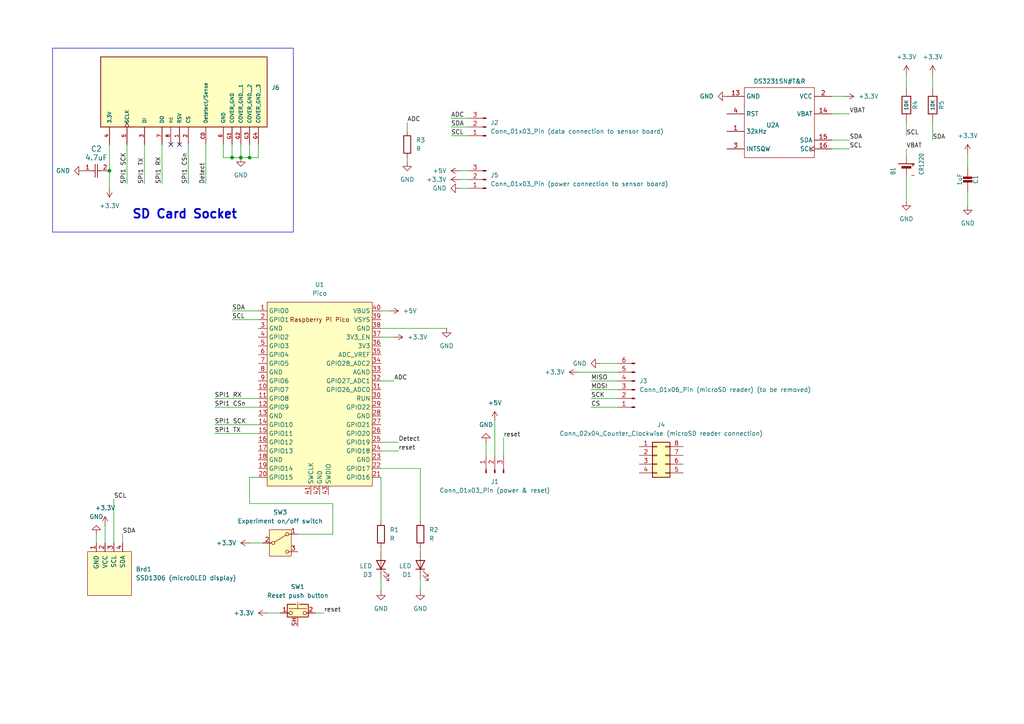
<source format=kicad_sch>
(kicad_sch
	(version 20250114)
	(generator "eeschema")
	(generator_version "9.0")
	(uuid "336bd683-e7d5-46cb-a5e0-293121ddafc5")
	(paper "A4")
	(lib_symbols
		(symbol "2026-01-01_03-57-06:GRM21BR61H475KE51L"
			(pin_names
				(offset 0.254)
			)
			(exclude_from_sim no)
			(in_bom yes)
			(on_board yes)
			(property "Reference" "C"
				(at 3.81 3.81 0)
				(effects
					(font
						(size 1.524 1.524)
					)
				)
			)
			(property "Value" "GRM21BR61H475KE51L"
				(at 3.81 -3.81 0)
				(effects
					(font
						(size 1.524 1.524)
					)
				)
			)
			(property "Footprint" "CAP_GRM21_2p15X1p4X1p4_MUR"
				(at 0 0 0)
				(effects
					(font
						(size 1.27 1.27)
						(italic yes)
					)
					(hide yes)
				)
			)
			(property "Datasheet" "GRM21BR61H475KE51L"
				(at 0 0 0)
				(effects
					(font
						(size 1.27 1.27)
						(italic yes)
					)
					(hide yes)
				)
			)
			(property "Description" ""
				(at 0 0 0)
				(effects
					(font
						(size 1.27 1.27)
					)
					(hide yes)
				)
			)
			(property "ki_locked" ""
				(at 0 0 0)
				(effects
					(font
						(size 1.27 1.27)
					)
				)
			)
			(property "ki_keywords" "GRM21BR61H475KE51L"
				(at 0 0 0)
				(effects
					(font
						(size 1.27 1.27)
					)
					(hide yes)
				)
			)
			(property "ki_fp_filters" "CAP_GRM21_2p15X1p4X1p4_MUR CAP_GRM21_2p15X1p4X1p4_MUR-M CAP_GRM21_2p15X1p4X1p4_MUR-L"
				(at 0 0 0)
				(effects
					(font
						(size 1.27 1.27)
					)
					(hide yes)
				)
			)
			(symbol "GRM21BR61H475KE51L_1_1"
				(polyline
					(pts
						(xy 2.54 0) (xy 3.4798 0)
					)
					(stroke
						(width 0.2032)
						(type default)
					)
					(fill
						(type none)
					)
				)
				(polyline
					(pts
						(xy 3.4798 -1.905) (xy 3.4798 1.905)
					)
					(stroke
						(width 0.2032)
						(type default)
					)
					(fill
						(type none)
					)
				)
				(polyline
					(pts
						(xy 4.1148 0) (xy 5.08 0)
					)
					(stroke
						(width 0.2032)
						(type default)
					)
					(fill
						(type none)
					)
				)
				(polyline
					(pts
						(xy 4.1148 -1.905) (xy 4.1148 1.905)
					)
					(stroke
						(width 0.2032)
						(type default)
					)
					(fill
						(type none)
					)
				)
				(pin unspecified line
					(at 0 0 0)
					(length 2.54)
					(name ""
						(effects
							(font
								(size 1.27 1.27)
							)
						)
					)
					(number "1"
						(effects
							(font
								(size 1.27 1.27)
							)
						)
					)
				)
				(pin unspecified line
					(at 7.62 0 180)
					(length 2.54)
					(name ""
						(effects
							(font
								(size 1.27 1.27)
							)
						)
					)
					(number "2"
						(effects
							(font
								(size 1.27 1.27)
							)
						)
					)
				)
			)
			(symbol "GRM21BR61H475KE51L_1_2"
				(polyline
					(pts
						(xy -1.905 -3.4798) (xy 1.905 -3.4798)
					)
					(stroke
						(width 0.2032)
						(type default)
					)
					(fill
						(type none)
					)
				)
				(polyline
					(pts
						(xy -1.905 -4.1148) (xy 1.905 -4.1148)
					)
					(stroke
						(width 0.2032)
						(type default)
					)
					(fill
						(type none)
					)
				)
				(polyline
					(pts
						(xy 0 -2.54) (xy 0 -3.4798)
					)
					(stroke
						(width 0.2032)
						(type default)
					)
					(fill
						(type none)
					)
				)
				(polyline
					(pts
						(xy 0 -4.1148) (xy 0 -5.08)
					)
					(stroke
						(width 0.2032)
						(type default)
					)
					(fill
						(type none)
					)
				)
				(pin unspecified line
					(at 0 0 270)
					(length 2.54)
					(name ""
						(effects
							(font
								(size 1.27 1.27)
							)
						)
					)
					(number "1"
						(effects
							(font
								(size 1.27 1.27)
							)
						)
					)
				)
				(pin unspecified line
					(at 0 -7.62 90)
					(length 2.54)
					(name ""
						(effects
							(font
								(size 1.27 1.27)
							)
						)
					)
					(number "2"
						(effects
							(font
								(size 1.27 1.27)
							)
						)
					)
				)
			)
			(embedded_fonts no)
		)
		(symbol "Adafruit DS3231 RTC Breakout-eagle-import:BATTERYCR1220_SMT"
			(exclude_from_sim no)
			(in_bom yes)
			(on_board yes)
			(property "Reference" "B"
				(at -2.54 3.175 0)
				(effects
					(font
						(size 1.27 1.0795)
					)
					(justify left bottom)
				)
			)
			(property "Value" ""
				(at -2.54 -5.08 0)
				(effects
					(font
						(size 1.27 1.0795)
					)
					(justify left bottom)
				)
			)
			(property "Footprint" "Adafruit DS3231 RTC Breakout:CR1220"
				(at 0 0 0)
				(effects
					(font
						(size 1.27 1.27)
					)
					(hide yes)
				)
			)
			(property "Datasheet" ""
				(at 0 0 0)
				(effects
					(font
						(size 1.27 1.27)
					)
					(hide yes)
				)
			)
			(property "Description" "• CR1220 SMT - Digikey: 3001K-ND\n• CD2032 BAT-HLD-001 - Digikey: BAT-HLD-001-ND"
				(at 0 0 0)
				(effects
					(font
						(size 1.27 1.27)
					)
					(hide yes)
				)
			)
			(property "ki_locked" ""
				(at 0 0 0)
				(effects
					(font
						(size 1.27 1.27)
					)
				)
			)
			(symbol "BATTERYCR1220_SMT_1_0"
				(polyline
					(pts
						(xy -2.54 0) (xy -0.635 0)
					)
					(stroke
						(width 0.1524)
						(type solid)
					)
					(fill
						(type none)
					)
				)
				(polyline
					(pts
						(xy -0.508 1.27) (xy -0.254 1.27)
					)
					(stroke
						(width 0.254)
						(type solid)
					)
					(fill
						(type none)
					)
				)
				(polyline
					(pts
						(xy -0.508 -1.27) (xy -0.508 1.27)
					)
					(stroke
						(width 0.254)
						(type solid)
					)
					(fill
						(type none)
					)
				)
				(polyline
					(pts
						(xy -0.254 1.27) (xy -0.254 -1.27)
					)
					(stroke
						(width 0.254)
						(type solid)
					)
					(fill
						(type none)
					)
				)
				(polyline
					(pts
						(xy -0.254 1.27) (xy 0 1.27)
					)
					(stroke
						(width 0.254)
						(type solid)
					)
					(fill
						(type none)
					)
				)
				(polyline
					(pts
						(xy -0.254 -1.27) (xy -0.508 -1.27)
					)
					(stroke
						(width 0.254)
						(type solid)
					)
					(fill
						(type none)
					)
				)
				(polyline
					(pts
						(xy 0 1.27) (xy 0 -1.27)
					)
					(stroke
						(width 0.254)
						(type solid)
					)
					(fill
						(type none)
					)
				)
				(polyline
					(pts
						(xy 0 -1.27) (xy -0.254 -1.27)
					)
					(stroke
						(width 0.254)
						(type solid)
					)
					(fill
						(type none)
					)
				)
				(polyline
					(pts
						(xy 0.762 2.286) (xy 0.762 -2.286)
					)
					(stroke
						(width 0.254)
						(type solid)
					)
					(fill
						(type none)
					)
				)
				(polyline
					(pts
						(xy 0.889 0) (xy 2.54 0)
					)
					(stroke
						(width 0.1524)
						(type solid)
					)
					(fill
						(type none)
					)
				)
				(text "-"
					(at -1.778 -1.143 900)
					(effects
						(font
							(size 1.27 1.0795)
						)
						(justify right top)
					)
				)
				(text "+"
					(at 1.27 -1.143 900)
					(effects
						(font
							(size 1.27 1.0795)
						)
						(justify right top)
					)
				)
				(pin passive line
					(at -2.54 0 0)
					(length 0)
					(name "-"
						(effects
							(font
								(size 0 0)
							)
						)
					)
					(number "-"
						(effects
							(font
								(size 0 0)
							)
						)
					)
				)
				(pin passive line
					(at 2.54 0 180)
					(length 0)
					(name "+"
						(effects
							(font
								(size 0 0)
							)
						)
					)
					(number "+$1"
						(effects
							(font
								(size 0 0)
							)
						)
					)
				)
			)
			(embedded_fonts no)
		)
		(symbol "Adafruit DS3231 RTC Breakout-eagle-import:CAP_CERAMIC0805-NOOUTLINE"
			(exclude_from_sim no)
			(in_bom yes)
			(on_board yes)
			(property "Reference" "C"
				(at -2.29 1.25 90)
				(effects
					(font
						(size 1.27 1.27)
					)
				)
			)
			(property "Value" ""
				(at 2.3 1.25 90)
				(effects
					(font
						(size 1.27 1.27)
					)
				)
			)
			(property "Footprint" "Adafruit DS3231 RTC Breakout:0805-NO"
				(at 0 0 0)
				(effects
					(font
						(size 1.27 1.27)
					)
					(hide yes)
				)
			)
			(property "Datasheet" ""
				(at 0 0 0)
				(effects
					(font
						(size 1.27 1.27)
					)
					(hide yes)
				)
			)
			(property "Description" "Ceramic Capacitors\n\nFor new designs, use the packages preceded by an '_' character since they are more reliable:\n\nThe following footprints should be used on most boards:\n\n• _0402 - Standard footprint for regular board layouts\n• _0603 - Standard footprint for regular board layouts\n• _0805 - Standard footprint for regular board layouts\n• _1206 - Standard footprint for regular board layouts\n\nFor extremely tight-pitch boards where space is at a premium, the following 'micro-pitch' footprints can be used (smaller pads, no silkscreen outline, etc.):\n\n• _0402MP - Micro-pitch footprint for very dense/compact boards\n• _0603MP - Micro-pitch footprint for very dense/compact boards\n• _0805MP - Micro-pitch footprint for very dense/compact boards\n• _1206MP - Micro-pitch footprint for very dense/compact boards"
				(at 0 0 0)
				(effects
					(font
						(size 1.27 1.27)
					)
					(hide yes)
				)
			)
			(property "ki_locked" ""
				(at 0 0 0)
				(effects
					(font
						(size 1.27 1.27)
					)
				)
			)
			(symbol "CAP_CERAMIC0805-NOOUTLINE_1_0"
				(rectangle
					(start -1.27 1.524)
					(end 1.27 2.032)
					(stroke
						(width 0)
						(type default)
					)
					(fill
						(type outline)
					)
				)
				(rectangle
					(start -1.27 0.508)
					(end 1.27 1.016)
					(stroke
						(width 0)
						(type default)
					)
					(fill
						(type outline)
					)
				)
				(polyline
					(pts
						(xy 0 2.54) (xy 0 1.778)
					)
					(stroke
						(width 0.1524)
						(type solid)
					)
					(fill
						(type none)
					)
				)
				(polyline
					(pts
						(xy 0 0.762) (xy 0 0)
					)
					(stroke
						(width 0.1524)
						(type solid)
					)
					(fill
						(type none)
					)
				)
				(pin passive line
					(at 0 5.08 270)
					(length 2.54)
					(name "1"
						(effects
							(font
								(size 0 0)
							)
						)
					)
					(number "1"
						(effects
							(font
								(size 0 0)
							)
						)
					)
				)
				(pin passive line
					(at 0 -2.54 90)
					(length 2.54)
					(name "2"
						(effects
							(font
								(size 0 0)
							)
						)
					)
					(number "2"
						(effects
							(font
								(size 0 0)
							)
						)
					)
				)
			)
			(embedded_fonts no)
		)
		(symbol "Adafruit DS3231 RTC Breakout-eagle-import:RESISTOR0805_NOOUTLINE"
			(exclude_from_sim no)
			(in_bom yes)
			(on_board yes)
			(property "Reference" "R"
				(at 0 2.54 0)
				(effects
					(font
						(size 1.27 1.27)
					)
				)
			)
			(property "Value" ""
				(at 0 0 0)
				(effects
					(font
						(size 1.016 1.016)
						(thickness 0.2032)
						(bold yes)
					)
				)
			)
			(property "Footprint" "Adafruit DS3231 RTC Breakout:0805-NO"
				(at 0 0 0)
				(effects
					(font
						(size 1.27 1.27)
					)
					(hide yes)
				)
			)
			(property "Datasheet" ""
				(at 0 0 0)
				(effects
					(font
						(size 1.27 1.27)
					)
					(hide yes)
				)
			)
			(property "Description" "Resistors\n\nFor new designs, use the packages preceded by an '_' character since they are more reliable:\n\nThe following footprints should be used on most boards:\n\n• _0402 - Standard footprint for regular board layouts\n• _0603 - Standard footprint for regular board layouts\n• _0805 - Standard footprint for regular board layouts\n• _1206 - Standard footprint for regular board layouts\n\nFor extremely tight-pitch boards where space is at a premium, the following 'micro-pitch' footprints can be used (smaller pads, no silkscreen outline, etc.):\n\n• _0402MP - Micro-pitch footprint for very dense/compact boards\n• _0603MP - Micro-pitch footprint for very dense/compact boards\n• _0805MP - Micro-pitch footprint for very dense/compact boards\n• _1206MP - Micro-pitch footprint for very dense/compact boards"
				(at 0 0 0)
				(effects
					(font
						(size 1.27 1.27)
					)
					(hide yes)
				)
			)
			(property "ki_locked" ""
				(at 0 0 0)
				(effects
					(font
						(size 1.27 1.27)
					)
				)
			)
			(symbol "RESISTOR0805_NOOUTLINE_1_0"
				(polyline
					(pts
						(xy -2.54 1.27) (xy 2.54 1.27)
					)
					(stroke
						(width 0.254)
						(type solid)
					)
					(fill
						(type none)
					)
				)
				(polyline
					(pts
						(xy -2.54 -1.27) (xy -2.54 1.27)
					)
					(stroke
						(width 0.254)
						(type solid)
					)
					(fill
						(type none)
					)
				)
				(polyline
					(pts
						(xy 2.54 1.27) (xy 2.54 -1.27)
					)
					(stroke
						(width 0.254)
						(type solid)
					)
					(fill
						(type none)
					)
				)
				(polyline
					(pts
						(xy 2.54 -1.27) (xy -2.54 -1.27)
					)
					(stroke
						(width 0.254)
						(type solid)
					)
					(fill
						(type none)
					)
				)
				(pin passive line
					(at -5.08 0 0)
					(length 2.54)
					(name "1"
						(effects
							(font
								(size 0 0)
							)
						)
					)
					(number "1"
						(effects
							(font
								(size 0 0)
							)
						)
					)
				)
				(pin passive line
					(at 5.08 0 180)
					(length 2.54)
					(name "2"
						(effects
							(font
								(size 0 0)
							)
						)
					)
					(number "2"
						(effects
							(font
								(size 0 0)
							)
						)
					)
				)
			)
			(embedded_fonts no)
		)
		(symbol "Connector:Conn_01x03_Pin"
			(pin_names
				(offset 1.016)
				(hide yes)
			)
			(exclude_from_sim no)
			(in_bom yes)
			(on_board yes)
			(property "Reference" "J"
				(at 0 5.08 0)
				(effects
					(font
						(size 1.27 1.27)
					)
				)
			)
			(property "Value" "Conn_01x03_Pin"
				(at 0 -5.08 0)
				(effects
					(font
						(size 1.27 1.27)
					)
				)
			)
			(property "Footprint" ""
				(at 0 0 0)
				(effects
					(font
						(size 1.27 1.27)
					)
					(hide yes)
				)
			)
			(property "Datasheet" "~"
				(at 0 0 0)
				(effects
					(font
						(size 1.27 1.27)
					)
					(hide yes)
				)
			)
			(property "Description" "Generic connector, single row, 01x03, script generated"
				(at 0 0 0)
				(effects
					(font
						(size 1.27 1.27)
					)
					(hide yes)
				)
			)
			(property "ki_locked" ""
				(at 0 0 0)
				(effects
					(font
						(size 1.27 1.27)
					)
				)
			)
			(property "ki_keywords" "connector"
				(at 0 0 0)
				(effects
					(font
						(size 1.27 1.27)
					)
					(hide yes)
				)
			)
			(property "ki_fp_filters" "Connector*:*_1x??_*"
				(at 0 0 0)
				(effects
					(font
						(size 1.27 1.27)
					)
					(hide yes)
				)
			)
			(symbol "Conn_01x03_Pin_1_1"
				(rectangle
					(start 0.8636 2.667)
					(end 0 2.413)
					(stroke
						(width 0.1524)
						(type default)
					)
					(fill
						(type outline)
					)
				)
				(rectangle
					(start 0.8636 0.127)
					(end 0 -0.127)
					(stroke
						(width 0.1524)
						(type default)
					)
					(fill
						(type outline)
					)
				)
				(rectangle
					(start 0.8636 -2.413)
					(end 0 -2.667)
					(stroke
						(width 0.1524)
						(type default)
					)
					(fill
						(type outline)
					)
				)
				(polyline
					(pts
						(xy 1.27 2.54) (xy 0.8636 2.54)
					)
					(stroke
						(width 0.1524)
						(type default)
					)
					(fill
						(type none)
					)
				)
				(polyline
					(pts
						(xy 1.27 0) (xy 0.8636 0)
					)
					(stroke
						(width 0.1524)
						(type default)
					)
					(fill
						(type none)
					)
				)
				(polyline
					(pts
						(xy 1.27 -2.54) (xy 0.8636 -2.54)
					)
					(stroke
						(width 0.1524)
						(type default)
					)
					(fill
						(type none)
					)
				)
				(pin passive line
					(at 5.08 2.54 180)
					(length 3.81)
					(name "Pin_1"
						(effects
							(font
								(size 1.27 1.27)
							)
						)
					)
					(number "1"
						(effects
							(font
								(size 1.27 1.27)
							)
						)
					)
				)
				(pin passive line
					(at 5.08 0 180)
					(length 3.81)
					(name "Pin_2"
						(effects
							(font
								(size 1.27 1.27)
							)
						)
					)
					(number "2"
						(effects
							(font
								(size 1.27 1.27)
							)
						)
					)
				)
				(pin passive line
					(at 5.08 -2.54 180)
					(length 3.81)
					(name "Pin_3"
						(effects
							(font
								(size 1.27 1.27)
							)
						)
					)
					(number "3"
						(effects
							(font
								(size 1.27 1.27)
							)
						)
					)
				)
			)
			(embedded_fonts no)
		)
		(symbol "Connector:Conn_01x06_Pin"
			(pin_names
				(offset 1.016)
				(hide yes)
			)
			(exclude_from_sim no)
			(in_bom yes)
			(on_board yes)
			(property "Reference" "J"
				(at 0 7.62 0)
				(effects
					(font
						(size 1.27 1.27)
					)
				)
			)
			(property "Value" "Conn_01x06_Pin"
				(at 0 -10.16 0)
				(effects
					(font
						(size 1.27 1.27)
					)
				)
			)
			(property "Footprint" ""
				(at 0 0 0)
				(effects
					(font
						(size 1.27 1.27)
					)
					(hide yes)
				)
			)
			(property "Datasheet" "~"
				(at 0 0 0)
				(effects
					(font
						(size 1.27 1.27)
					)
					(hide yes)
				)
			)
			(property "Description" "Generic connector, single row, 01x06, script generated"
				(at 0 0 0)
				(effects
					(font
						(size 1.27 1.27)
					)
					(hide yes)
				)
			)
			(property "ki_locked" ""
				(at 0 0 0)
				(effects
					(font
						(size 1.27 1.27)
					)
				)
			)
			(property "ki_keywords" "connector"
				(at 0 0 0)
				(effects
					(font
						(size 1.27 1.27)
					)
					(hide yes)
				)
			)
			(property "ki_fp_filters" "Connector*:*_1x??_*"
				(at 0 0 0)
				(effects
					(font
						(size 1.27 1.27)
					)
					(hide yes)
				)
			)
			(symbol "Conn_01x06_Pin_1_1"
				(rectangle
					(start 0.8636 5.207)
					(end 0 4.953)
					(stroke
						(width 0.1524)
						(type default)
					)
					(fill
						(type outline)
					)
				)
				(rectangle
					(start 0.8636 2.667)
					(end 0 2.413)
					(stroke
						(width 0.1524)
						(type default)
					)
					(fill
						(type outline)
					)
				)
				(rectangle
					(start 0.8636 0.127)
					(end 0 -0.127)
					(stroke
						(width 0.1524)
						(type default)
					)
					(fill
						(type outline)
					)
				)
				(rectangle
					(start 0.8636 -2.413)
					(end 0 -2.667)
					(stroke
						(width 0.1524)
						(type default)
					)
					(fill
						(type outline)
					)
				)
				(rectangle
					(start 0.8636 -4.953)
					(end 0 -5.207)
					(stroke
						(width 0.1524)
						(type default)
					)
					(fill
						(type outline)
					)
				)
				(rectangle
					(start 0.8636 -7.493)
					(end 0 -7.747)
					(stroke
						(width 0.1524)
						(type default)
					)
					(fill
						(type outline)
					)
				)
				(polyline
					(pts
						(xy 1.27 5.08) (xy 0.8636 5.08)
					)
					(stroke
						(width 0.1524)
						(type default)
					)
					(fill
						(type none)
					)
				)
				(polyline
					(pts
						(xy 1.27 2.54) (xy 0.8636 2.54)
					)
					(stroke
						(width 0.1524)
						(type default)
					)
					(fill
						(type none)
					)
				)
				(polyline
					(pts
						(xy 1.27 0) (xy 0.8636 0)
					)
					(stroke
						(width 0.1524)
						(type default)
					)
					(fill
						(type none)
					)
				)
				(polyline
					(pts
						(xy 1.27 -2.54) (xy 0.8636 -2.54)
					)
					(stroke
						(width 0.1524)
						(type default)
					)
					(fill
						(type none)
					)
				)
				(polyline
					(pts
						(xy 1.27 -5.08) (xy 0.8636 -5.08)
					)
					(stroke
						(width 0.1524)
						(type default)
					)
					(fill
						(type none)
					)
				)
				(polyline
					(pts
						(xy 1.27 -7.62) (xy 0.8636 -7.62)
					)
					(stroke
						(width 0.1524)
						(type default)
					)
					(fill
						(type none)
					)
				)
				(pin passive line
					(at 5.08 5.08 180)
					(length 3.81)
					(name "Pin_1"
						(effects
							(font
								(size 1.27 1.27)
							)
						)
					)
					(number "1"
						(effects
							(font
								(size 1.27 1.27)
							)
						)
					)
				)
				(pin passive line
					(at 5.08 2.54 180)
					(length 3.81)
					(name "Pin_2"
						(effects
							(font
								(size 1.27 1.27)
							)
						)
					)
					(number "2"
						(effects
							(font
								(size 1.27 1.27)
							)
						)
					)
				)
				(pin passive line
					(at 5.08 0 180)
					(length 3.81)
					(name "Pin_3"
						(effects
							(font
								(size 1.27 1.27)
							)
						)
					)
					(number "3"
						(effects
							(font
								(size 1.27 1.27)
							)
						)
					)
				)
				(pin passive line
					(at 5.08 -2.54 180)
					(length 3.81)
					(name "Pin_4"
						(effects
							(font
								(size 1.27 1.27)
							)
						)
					)
					(number "4"
						(effects
							(font
								(size 1.27 1.27)
							)
						)
					)
				)
				(pin passive line
					(at 5.08 -5.08 180)
					(length 3.81)
					(name "Pin_5"
						(effects
							(font
								(size 1.27 1.27)
							)
						)
					)
					(number "5"
						(effects
							(font
								(size 1.27 1.27)
							)
						)
					)
				)
				(pin passive line
					(at 5.08 -7.62 180)
					(length 3.81)
					(name "Pin_6"
						(effects
							(font
								(size 1.27 1.27)
							)
						)
					)
					(number "6"
						(effects
							(font
								(size 1.27 1.27)
							)
						)
					)
				)
			)
			(embedded_fonts no)
		)
		(symbol "Connector_Generic:Conn_02x04_Counter_Clockwise"
			(pin_names
				(offset 1.016)
				(hide yes)
			)
			(exclude_from_sim no)
			(in_bom yes)
			(on_board yes)
			(property "Reference" "J"
				(at 1.27 5.08 0)
				(effects
					(font
						(size 1.27 1.27)
					)
				)
			)
			(property "Value" "Conn_02x04_Counter_Clockwise"
				(at 1.27 -7.62 0)
				(effects
					(font
						(size 1.27 1.27)
					)
				)
			)
			(property "Footprint" ""
				(at 0 0 0)
				(effects
					(font
						(size 1.27 1.27)
					)
					(hide yes)
				)
			)
			(property "Datasheet" "~"
				(at 0 0 0)
				(effects
					(font
						(size 1.27 1.27)
					)
					(hide yes)
				)
			)
			(property "Description" "Generic connector, double row, 02x04, counter clockwise pin numbering scheme (similar to DIP package numbering), script generated (kicad-library-utils/schlib/autogen/connector/)"
				(at 0 0 0)
				(effects
					(font
						(size 1.27 1.27)
					)
					(hide yes)
				)
			)
			(property "ki_keywords" "connector"
				(at 0 0 0)
				(effects
					(font
						(size 1.27 1.27)
					)
					(hide yes)
				)
			)
			(property "ki_fp_filters" "Connector*:*_2x??_*"
				(at 0 0 0)
				(effects
					(font
						(size 1.27 1.27)
					)
					(hide yes)
				)
			)
			(symbol "Conn_02x04_Counter_Clockwise_1_1"
				(rectangle
					(start -1.27 3.81)
					(end 3.81 -6.35)
					(stroke
						(width 0.254)
						(type default)
					)
					(fill
						(type background)
					)
				)
				(rectangle
					(start -1.27 2.667)
					(end 0 2.413)
					(stroke
						(width 0.1524)
						(type default)
					)
					(fill
						(type none)
					)
				)
				(rectangle
					(start -1.27 0.127)
					(end 0 -0.127)
					(stroke
						(width 0.1524)
						(type default)
					)
					(fill
						(type none)
					)
				)
				(rectangle
					(start -1.27 -2.413)
					(end 0 -2.667)
					(stroke
						(width 0.1524)
						(type default)
					)
					(fill
						(type none)
					)
				)
				(rectangle
					(start -1.27 -4.953)
					(end 0 -5.207)
					(stroke
						(width 0.1524)
						(type default)
					)
					(fill
						(type none)
					)
				)
				(rectangle
					(start 3.81 2.667)
					(end 2.54 2.413)
					(stroke
						(width 0.1524)
						(type default)
					)
					(fill
						(type none)
					)
				)
				(rectangle
					(start 3.81 0.127)
					(end 2.54 -0.127)
					(stroke
						(width 0.1524)
						(type default)
					)
					(fill
						(type none)
					)
				)
				(rectangle
					(start 3.81 -2.413)
					(end 2.54 -2.667)
					(stroke
						(width 0.1524)
						(type default)
					)
					(fill
						(type none)
					)
				)
				(rectangle
					(start 3.81 -4.953)
					(end 2.54 -5.207)
					(stroke
						(width 0.1524)
						(type default)
					)
					(fill
						(type none)
					)
				)
				(pin passive line
					(at -5.08 2.54 0)
					(length 3.81)
					(name "Pin_1"
						(effects
							(font
								(size 1.27 1.27)
							)
						)
					)
					(number "1"
						(effects
							(font
								(size 1.27 1.27)
							)
						)
					)
				)
				(pin passive line
					(at -5.08 0 0)
					(length 3.81)
					(name "Pin_2"
						(effects
							(font
								(size 1.27 1.27)
							)
						)
					)
					(number "2"
						(effects
							(font
								(size 1.27 1.27)
							)
						)
					)
				)
				(pin passive line
					(at -5.08 -2.54 0)
					(length 3.81)
					(name "Pin_3"
						(effects
							(font
								(size 1.27 1.27)
							)
						)
					)
					(number "3"
						(effects
							(font
								(size 1.27 1.27)
							)
						)
					)
				)
				(pin passive line
					(at -5.08 -5.08 0)
					(length 3.81)
					(name "Pin_4"
						(effects
							(font
								(size 1.27 1.27)
							)
						)
					)
					(number "4"
						(effects
							(font
								(size 1.27 1.27)
							)
						)
					)
				)
				(pin passive line
					(at 7.62 2.54 180)
					(length 3.81)
					(name "Pin_8"
						(effects
							(font
								(size 1.27 1.27)
							)
						)
					)
					(number "8"
						(effects
							(font
								(size 1.27 1.27)
							)
						)
					)
				)
				(pin passive line
					(at 7.62 0 180)
					(length 3.81)
					(name "Pin_7"
						(effects
							(font
								(size 1.27 1.27)
							)
						)
					)
					(number "7"
						(effects
							(font
								(size 1.27 1.27)
							)
						)
					)
				)
				(pin passive line
					(at 7.62 -2.54 180)
					(length 3.81)
					(name "Pin_6"
						(effects
							(font
								(size 1.27 1.27)
							)
						)
					)
					(number "6"
						(effects
							(font
								(size 1.27 1.27)
							)
						)
					)
				)
				(pin passive line
					(at 7.62 -5.08 180)
					(length 3.81)
					(name "Pin_5"
						(effects
							(font
								(size 1.27 1.27)
							)
						)
					)
					(number "5"
						(effects
							(font
								(size 1.27 1.27)
							)
						)
					)
				)
			)
			(embedded_fonts no)
		)
		(symbol "DS3231SN#1_DS3231SN#-altium-import:root_0_DS3231SN#T&R_"
			(exclude_from_sim no)
			(in_bom yes)
			(on_board yes)
			(property "Reference" ""
				(at 0 0 0)
				(effects
					(font
						(size 1.27 1.27)
					)
				)
			)
			(property "Value" ""
				(at 0 0 0)
				(effects
					(font
						(size 1.27 1.27)
					)
				)
			)
			(property "Footprint" ""
				(at 0 0 0)
				(effects
					(font
						(size 1.27 1.27)
					)
					(hide yes)
				)
			)
			(property "Datasheet" ""
				(at 0 0 0)
				(effects
					(font
						(size 1.27 1.27)
					)
					(hide yes)
				)
			)
			(property "Description" ""
				(at 0 0 0)
				(effects
					(font
						(size 1.27 1.27)
					)
					(hide yes)
				)
			)
			(property "ki_fp_filters" "*SOIC-16_L10.3-W7.5-P1.27-LS10.3-BL*"
				(at 0 0 0)
				(effects
					(font
						(size 1.27 1.27)
					)
					(hide yes)
				)
			)
			(symbol "root_0_DS3231SN#T&R__1_0"
				(rectangle
					(start -10.16 10.16)
					(end 10.16 -10.16)
					(stroke
						(width 0)
						(type solid)
						(color 160 0 0 1)
					)
					(fill
						(type none)
					)
				)
				(pin passive clock
					(at -15.24 7.62 0)
					(length 5.08)
					(name "SCL"
						(effects
							(font
								(size 1.27 1.27)
							)
						)
					)
					(number "16"
						(effects
							(font
								(size 1.27 1.27)
							)
						)
					)
				)
				(pin passive line
					(at -15.24 5.08 0)
					(length 5.08)
					(name "SDA"
						(effects
							(font
								(size 1.27 1.27)
							)
						)
					)
					(number "15"
						(effects
							(font
								(size 1.27 1.27)
							)
						)
					)
				)
				(pin passive line
					(at -15.24 -2.54 0)
					(length 5.08)
					(name "VBAT"
						(effects
							(font
								(size 1.27 1.27)
							)
						)
					)
					(number "14"
						(effects
							(font
								(size 1.27 1.27)
							)
						)
					)
				)
				(pin passive line
					(at -15.24 -7.62 0)
					(length 5.08)
					(name "VCC"
						(effects
							(font
								(size 1.27 1.27)
							)
						)
					)
					(number "2"
						(effects
							(font
								(size 1.27 1.27)
							)
						)
					)
				)
				(pin passive line
					(at 15.24 7.62 180)
					(length 5.08)
					(name "INTSQW"
						(effects
							(font
								(size 1.27 1.27)
							)
						)
					)
					(number "3"
						(effects
							(font
								(size 1.27 1.27)
							)
						)
					)
				)
				(pin passive line
					(at 15.24 2.54 180)
					(length 5.08)
					(name "32kHz"
						(effects
							(font
								(size 1.27 1.27)
							)
						)
					)
					(number "1"
						(effects
							(font
								(size 1.27 1.27)
							)
						)
					)
				)
				(pin passive line
					(at 15.24 -2.54 180)
					(length 5.08)
					(name "RST"
						(effects
							(font
								(size 1.27 1.27)
							)
						)
					)
					(number "4"
						(effects
							(font
								(size 1.27 1.27)
							)
						)
					)
				)
				(pin passive line
					(at 15.24 -7.62 180)
					(length 5.08)
					(name "GND"
						(effects
							(font
								(size 1.27 1.27)
							)
						)
					)
					(number "13"
						(effects
							(font
								(size 1.27 1.27)
							)
						)
					)
				)
			)
			(symbol "root_0_DS3231SN#T&R__2_0"
				(rectangle
					(start -6.35 6.35)
					(end 6.35 -6.35)
					(stroke
						(width 0)
						(type solid)
						(color 160 0 0 1)
					)
					(fill
						(type none)
					)
				)
				(pin passive line
					(at -11.43 3.81 0)
					(length 5.08)
					(name "NC"
						(effects
							(font
								(size 1.27 1.27)
							)
						)
					)
					(number "5"
						(effects
							(font
								(size 1.27 1.27)
							)
						)
					)
				)
				(pin passive line
					(at -11.43 1.27 0)
					(length 5.08)
					(name "NC"
						(effects
							(font
								(size 1.27 1.27)
							)
						)
					)
					(number "6"
						(effects
							(font
								(size 1.27 1.27)
							)
						)
					)
				)
				(pin passive line
					(at -11.43 -1.27 0)
					(length 5.08)
					(name "NC"
						(effects
							(font
								(size 1.27 1.27)
							)
						)
					)
					(number "7"
						(effects
							(font
								(size 1.27 1.27)
							)
						)
					)
				)
				(pin passive line
					(at -11.43 -3.81 0)
					(length 5.08)
					(name "NC"
						(effects
							(font
								(size 1.27 1.27)
							)
						)
					)
					(number "8"
						(effects
							(font
								(size 1.27 1.27)
							)
						)
					)
				)
				(pin passive line
					(at 11.43 3.81 180)
					(length 5.08)
					(name "NC"
						(effects
							(font
								(size 1.27 1.27)
							)
						)
					)
					(number "9"
						(effects
							(font
								(size 1.27 1.27)
							)
						)
					)
				)
				(pin passive line
					(at 11.43 1.27 180)
					(length 5.08)
					(name "NC"
						(effects
							(font
								(size 1.27 1.27)
							)
						)
					)
					(number "10"
						(effects
							(font
								(size 1.27 1.27)
							)
						)
					)
				)
				(pin passive line
					(at 11.43 -1.27 180)
					(length 5.08)
					(name "NC"
						(effects
							(font
								(size 1.27 1.27)
							)
						)
					)
					(number "11"
						(effects
							(font
								(size 1.27 1.27)
							)
						)
					)
				)
				(pin passive line
					(at 11.43 -3.81 180)
					(length 5.08)
					(name "NC"
						(effects
							(font
								(size 1.27 1.27)
							)
						)
					)
					(number "12"
						(effects
							(font
								(size 1.27 1.27)
							)
						)
					)
				)
			)
			(embedded_fonts no)
		)
		(symbol "Device:LED"
			(pin_numbers
				(hide yes)
			)
			(pin_names
				(offset 1.016)
				(hide yes)
			)
			(exclude_from_sim no)
			(in_bom yes)
			(on_board yes)
			(property "Reference" "D"
				(at 0 2.54 0)
				(effects
					(font
						(size 1.27 1.27)
					)
				)
			)
			(property "Value" "LED"
				(at 0 -2.54 0)
				(effects
					(font
						(size 1.27 1.27)
					)
				)
			)
			(property "Footprint" ""
				(at 0 0 0)
				(effects
					(font
						(size 1.27 1.27)
					)
					(hide yes)
				)
			)
			(property "Datasheet" "~"
				(at 0 0 0)
				(effects
					(font
						(size 1.27 1.27)
					)
					(hide yes)
				)
			)
			(property "Description" "Light emitting diode"
				(at 0 0 0)
				(effects
					(font
						(size 1.27 1.27)
					)
					(hide yes)
				)
			)
			(property "Sim.Pins" "1=K 2=A"
				(at 0 0 0)
				(effects
					(font
						(size 1.27 1.27)
					)
					(hide yes)
				)
			)
			(property "ki_keywords" "LED diode"
				(at 0 0 0)
				(effects
					(font
						(size 1.27 1.27)
					)
					(hide yes)
				)
			)
			(property "ki_fp_filters" "LED* LED_SMD:* LED_THT:*"
				(at 0 0 0)
				(effects
					(font
						(size 1.27 1.27)
					)
					(hide yes)
				)
			)
			(symbol "LED_0_1"
				(polyline
					(pts
						(xy -3.048 -0.762) (xy -4.572 -2.286) (xy -3.81 -2.286) (xy -4.572 -2.286) (xy -4.572 -1.524)
					)
					(stroke
						(width 0)
						(type default)
					)
					(fill
						(type none)
					)
				)
				(polyline
					(pts
						(xy -1.778 -0.762) (xy -3.302 -2.286) (xy -2.54 -2.286) (xy -3.302 -2.286) (xy -3.302 -1.524)
					)
					(stroke
						(width 0)
						(type default)
					)
					(fill
						(type none)
					)
				)
				(polyline
					(pts
						(xy -1.27 0) (xy 1.27 0)
					)
					(stroke
						(width 0)
						(type default)
					)
					(fill
						(type none)
					)
				)
				(polyline
					(pts
						(xy -1.27 -1.27) (xy -1.27 1.27)
					)
					(stroke
						(width 0.254)
						(type default)
					)
					(fill
						(type none)
					)
				)
				(polyline
					(pts
						(xy 1.27 -1.27) (xy 1.27 1.27) (xy -1.27 0) (xy 1.27 -1.27)
					)
					(stroke
						(width 0.254)
						(type default)
					)
					(fill
						(type none)
					)
				)
			)
			(symbol "LED_1_1"
				(pin passive line
					(at -3.81 0 0)
					(length 2.54)
					(name "K"
						(effects
							(font
								(size 1.27 1.27)
							)
						)
					)
					(number "1"
						(effects
							(font
								(size 1.27 1.27)
							)
						)
					)
				)
				(pin passive line
					(at 3.81 0 180)
					(length 2.54)
					(name "A"
						(effects
							(font
								(size 1.27 1.27)
							)
						)
					)
					(number "2"
						(effects
							(font
								(size 1.27 1.27)
							)
						)
					)
				)
			)
			(embedded_fonts no)
		)
		(symbol "Device:R"
			(pin_numbers
				(hide yes)
			)
			(pin_names
				(offset 0)
			)
			(exclude_from_sim no)
			(in_bom yes)
			(on_board yes)
			(property "Reference" "R"
				(at 2.032 0 90)
				(effects
					(font
						(size 1.27 1.27)
					)
				)
			)
			(property "Value" "R"
				(at 0 0 90)
				(effects
					(font
						(size 1.27 1.27)
					)
				)
			)
			(property "Footprint" ""
				(at -1.778 0 90)
				(effects
					(font
						(size 1.27 1.27)
					)
					(hide yes)
				)
			)
			(property "Datasheet" "~"
				(at 0 0 0)
				(effects
					(font
						(size 1.27 1.27)
					)
					(hide yes)
				)
			)
			(property "Description" "Resistor"
				(at 0 0 0)
				(effects
					(font
						(size 1.27 1.27)
					)
					(hide yes)
				)
			)
			(property "ki_keywords" "R res resistor"
				(at 0 0 0)
				(effects
					(font
						(size 1.27 1.27)
					)
					(hide yes)
				)
			)
			(property "ki_fp_filters" "R_*"
				(at 0 0 0)
				(effects
					(font
						(size 1.27 1.27)
					)
					(hide yes)
				)
			)
			(symbol "R_0_1"
				(rectangle
					(start -1.016 -2.54)
					(end 1.016 2.54)
					(stroke
						(width 0.254)
						(type default)
					)
					(fill
						(type none)
					)
				)
			)
			(symbol "R_1_1"
				(pin passive line
					(at 0 3.81 270)
					(length 1.27)
					(name "~"
						(effects
							(font
								(size 1.27 1.27)
							)
						)
					)
					(number "1"
						(effects
							(font
								(size 1.27 1.27)
							)
						)
					)
				)
				(pin passive line
					(at 0 -3.81 90)
					(length 1.27)
					(name "~"
						(effects
							(font
								(size 1.27 1.27)
							)
						)
					)
					(number "2"
						(effects
							(font
								(size 1.27 1.27)
							)
						)
					)
				)
			)
			(embedded_fonts no)
		)
		(symbol "MCU_RaspberryPi_and_Boards:Pico"
			(exclude_from_sim no)
			(in_bom yes)
			(on_board yes)
			(property "Reference" "U"
				(at -13.97 27.94 0)
				(effects
					(font
						(size 1.27 1.27)
					)
				)
			)
			(property "Value" "Pico"
				(at 0 19.05 0)
				(effects
					(font
						(size 1.27 1.27)
					)
				)
			)
			(property "Footprint" "RPi_Pico:RPi_Pico_SMD_TH"
				(at 0 0 90)
				(effects
					(font
						(size 1.27 1.27)
					)
					(hide yes)
				)
			)
			(property "Datasheet" ""
				(at 0 0 0)
				(effects
					(font
						(size 1.27 1.27)
					)
					(hide yes)
				)
			)
			(property "Description" ""
				(at 0 0 0)
				(effects
					(font
						(size 1.27 1.27)
					)
					(hide yes)
				)
			)
			(symbol "Pico_0_0"
				(text "Raspberry Pi Pico"
					(at 0 21.59 0)
					(effects
						(font
							(size 1.27 1.27)
						)
					)
				)
			)
			(symbol "Pico_0_1"
				(rectangle
					(start -15.24 26.67)
					(end 15.24 -26.67)
					(stroke
						(width 0)
						(type default)
					)
					(fill
						(type background)
					)
				)
			)
			(symbol "Pico_1_1"
				(pin bidirectional line
					(at -17.78 24.13 0)
					(length 2.54)
					(name "GPIO0"
						(effects
							(font
								(size 1.27 1.27)
							)
						)
					)
					(number "1"
						(effects
							(font
								(size 1.27 1.27)
							)
						)
					)
				)
				(pin bidirectional line
					(at -17.78 21.59 0)
					(length 2.54)
					(name "GPIO1"
						(effects
							(font
								(size 1.27 1.27)
							)
						)
					)
					(number "2"
						(effects
							(font
								(size 1.27 1.27)
							)
						)
					)
				)
				(pin power_in line
					(at -17.78 19.05 0)
					(length 2.54)
					(name "GND"
						(effects
							(font
								(size 1.27 1.27)
							)
						)
					)
					(number "3"
						(effects
							(font
								(size 1.27 1.27)
							)
						)
					)
				)
				(pin bidirectional line
					(at -17.78 16.51 0)
					(length 2.54)
					(name "GPIO2"
						(effects
							(font
								(size 1.27 1.27)
							)
						)
					)
					(number "4"
						(effects
							(font
								(size 1.27 1.27)
							)
						)
					)
				)
				(pin bidirectional line
					(at -17.78 13.97 0)
					(length 2.54)
					(name "GPIO3"
						(effects
							(font
								(size 1.27 1.27)
							)
						)
					)
					(number "5"
						(effects
							(font
								(size 1.27 1.27)
							)
						)
					)
				)
				(pin bidirectional line
					(at -17.78 11.43 0)
					(length 2.54)
					(name "GPIO4"
						(effects
							(font
								(size 1.27 1.27)
							)
						)
					)
					(number "6"
						(effects
							(font
								(size 1.27 1.27)
							)
						)
					)
				)
				(pin bidirectional line
					(at -17.78 8.89 0)
					(length 2.54)
					(name "GPIO5"
						(effects
							(font
								(size 1.27 1.27)
							)
						)
					)
					(number "7"
						(effects
							(font
								(size 1.27 1.27)
							)
						)
					)
				)
				(pin power_in line
					(at -17.78 6.35 0)
					(length 2.54)
					(name "GND"
						(effects
							(font
								(size 1.27 1.27)
							)
						)
					)
					(number "8"
						(effects
							(font
								(size 1.27 1.27)
							)
						)
					)
				)
				(pin bidirectional line
					(at -17.78 3.81 0)
					(length 2.54)
					(name "GPIO6"
						(effects
							(font
								(size 1.27 1.27)
							)
						)
					)
					(number "9"
						(effects
							(font
								(size 1.27 1.27)
							)
						)
					)
				)
				(pin bidirectional line
					(at -17.78 1.27 0)
					(length 2.54)
					(name "GPIO7"
						(effects
							(font
								(size 1.27 1.27)
							)
						)
					)
					(number "10"
						(effects
							(font
								(size 1.27 1.27)
							)
						)
					)
				)
				(pin bidirectional line
					(at -17.78 -1.27 0)
					(length 2.54)
					(name "GPIO8"
						(effects
							(font
								(size 1.27 1.27)
							)
						)
					)
					(number "11"
						(effects
							(font
								(size 1.27 1.27)
							)
						)
					)
				)
				(pin bidirectional line
					(at -17.78 -3.81 0)
					(length 2.54)
					(name "GPIO9"
						(effects
							(font
								(size 1.27 1.27)
							)
						)
					)
					(number "12"
						(effects
							(font
								(size 1.27 1.27)
							)
						)
					)
				)
				(pin power_in line
					(at -17.78 -6.35 0)
					(length 2.54)
					(name "GND"
						(effects
							(font
								(size 1.27 1.27)
							)
						)
					)
					(number "13"
						(effects
							(font
								(size 1.27 1.27)
							)
						)
					)
				)
				(pin bidirectional line
					(at -17.78 -8.89 0)
					(length 2.54)
					(name "GPIO10"
						(effects
							(font
								(size 1.27 1.27)
							)
						)
					)
					(number "14"
						(effects
							(font
								(size 1.27 1.27)
							)
						)
					)
				)
				(pin bidirectional line
					(at -17.78 -11.43 0)
					(length 2.54)
					(name "GPIO11"
						(effects
							(font
								(size 1.27 1.27)
							)
						)
					)
					(number "15"
						(effects
							(font
								(size 1.27 1.27)
							)
						)
					)
				)
				(pin bidirectional line
					(at -17.78 -13.97 0)
					(length 2.54)
					(name "GPIO12"
						(effects
							(font
								(size 1.27 1.27)
							)
						)
					)
					(number "16"
						(effects
							(font
								(size 1.27 1.27)
							)
						)
					)
				)
				(pin bidirectional line
					(at -17.78 -16.51 0)
					(length 2.54)
					(name "GPIO13"
						(effects
							(font
								(size 1.27 1.27)
							)
						)
					)
					(number "17"
						(effects
							(font
								(size 1.27 1.27)
							)
						)
					)
				)
				(pin power_in line
					(at -17.78 -19.05 0)
					(length 2.54)
					(name "GND"
						(effects
							(font
								(size 1.27 1.27)
							)
						)
					)
					(number "18"
						(effects
							(font
								(size 1.27 1.27)
							)
						)
					)
				)
				(pin bidirectional line
					(at -17.78 -21.59 0)
					(length 2.54)
					(name "GPIO14"
						(effects
							(font
								(size 1.27 1.27)
							)
						)
					)
					(number "19"
						(effects
							(font
								(size 1.27 1.27)
							)
						)
					)
				)
				(pin bidirectional line
					(at -17.78 -24.13 0)
					(length 2.54)
					(name "GPIO15"
						(effects
							(font
								(size 1.27 1.27)
							)
						)
					)
					(number "20"
						(effects
							(font
								(size 1.27 1.27)
							)
						)
					)
				)
				(pin input line
					(at -2.54 -29.21 90)
					(length 2.54)
					(name "SWCLK"
						(effects
							(font
								(size 1.27 1.27)
							)
						)
					)
					(number "41"
						(effects
							(font
								(size 1.27 1.27)
							)
						)
					)
				)
				(pin power_in line
					(at 0 -29.21 90)
					(length 2.54)
					(name "GND"
						(effects
							(font
								(size 1.27 1.27)
							)
						)
					)
					(number "42"
						(effects
							(font
								(size 1.27 1.27)
							)
						)
					)
				)
				(pin bidirectional line
					(at 2.54 -29.21 90)
					(length 2.54)
					(name "SWDIO"
						(effects
							(font
								(size 1.27 1.27)
							)
						)
					)
					(number "43"
						(effects
							(font
								(size 1.27 1.27)
							)
						)
					)
				)
				(pin power_in line
					(at 17.78 24.13 180)
					(length 2.54)
					(name "VBUS"
						(effects
							(font
								(size 1.27 1.27)
							)
						)
					)
					(number "40"
						(effects
							(font
								(size 1.27 1.27)
							)
						)
					)
				)
				(pin power_in line
					(at 17.78 21.59 180)
					(length 2.54)
					(name "VSYS"
						(effects
							(font
								(size 1.27 1.27)
							)
						)
					)
					(number "39"
						(effects
							(font
								(size 1.27 1.27)
							)
						)
					)
				)
				(pin bidirectional line
					(at 17.78 19.05 180)
					(length 2.54)
					(name "GND"
						(effects
							(font
								(size 1.27 1.27)
							)
						)
					)
					(number "38"
						(effects
							(font
								(size 1.27 1.27)
							)
						)
					)
				)
				(pin input line
					(at 17.78 16.51 180)
					(length 2.54)
					(name "3V3_EN"
						(effects
							(font
								(size 1.27 1.27)
							)
						)
					)
					(number "37"
						(effects
							(font
								(size 1.27 1.27)
							)
						)
					)
				)
				(pin power_in line
					(at 17.78 13.97 180)
					(length 2.54)
					(name "3V3"
						(effects
							(font
								(size 1.27 1.27)
							)
						)
					)
					(number "36"
						(effects
							(font
								(size 1.27 1.27)
							)
						)
					)
				)
				(pin power_in line
					(at 17.78 11.43 180)
					(length 2.54)
					(name "ADC_VREF"
						(effects
							(font
								(size 1.27 1.27)
							)
						)
					)
					(number "35"
						(effects
							(font
								(size 1.27 1.27)
							)
						)
					)
				)
				(pin bidirectional line
					(at 17.78 8.89 180)
					(length 2.54)
					(name "GPIO28_ADC2"
						(effects
							(font
								(size 1.27 1.27)
							)
						)
					)
					(number "34"
						(effects
							(font
								(size 1.27 1.27)
							)
						)
					)
				)
				(pin power_in line
					(at 17.78 6.35 180)
					(length 2.54)
					(name "AGND"
						(effects
							(font
								(size 1.27 1.27)
							)
						)
					)
					(number "33"
						(effects
							(font
								(size 1.27 1.27)
							)
						)
					)
				)
				(pin bidirectional line
					(at 17.78 3.81 180)
					(length 2.54)
					(name "GPIO27_ADC1"
						(effects
							(font
								(size 1.27 1.27)
							)
						)
					)
					(number "32"
						(effects
							(font
								(size 1.27 1.27)
							)
						)
					)
				)
				(pin bidirectional line
					(at 17.78 1.27 180)
					(length 2.54)
					(name "GPIO26_ADC0"
						(effects
							(font
								(size 1.27 1.27)
							)
						)
					)
					(number "31"
						(effects
							(font
								(size 1.27 1.27)
							)
						)
					)
				)
				(pin input line
					(at 17.78 -1.27 180)
					(length 2.54)
					(name "RUN"
						(effects
							(font
								(size 1.27 1.27)
							)
						)
					)
					(number "30"
						(effects
							(font
								(size 1.27 1.27)
							)
						)
					)
				)
				(pin bidirectional line
					(at 17.78 -3.81 180)
					(length 2.54)
					(name "GPIO22"
						(effects
							(font
								(size 1.27 1.27)
							)
						)
					)
					(number "29"
						(effects
							(font
								(size 1.27 1.27)
							)
						)
					)
				)
				(pin power_in line
					(at 17.78 -6.35 180)
					(length 2.54)
					(name "GND"
						(effects
							(font
								(size 1.27 1.27)
							)
						)
					)
					(number "28"
						(effects
							(font
								(size 1.27 1.27)
							)
						)
					)
				)
				(pin bidirectional line
					(at 17.78 -8.89 180)
					(length 2.54)
					(name "GPIO21"
						(effects
							(font
								(size 1.27 1.27)
							)
						)
					)
					(number "27"
						(effects
							(font
								(size 1.27 1.27)
							)
						)
					)
				)
				(pin bidirectional line
					(at 17.78 -11.43 180)
					(length 2.54)
					(name "GPIO20"
						(effects
							(font
								(size 1.27 1.27)
							)
						)
					)
					(number "26"
						(effects
							(font
								(size 1.27 1.27)
							)
						)
					)
				)
				(pin bidirectional line
					(at 17.78 -13.97 180)
					(length 2.54)
					(name "GPIO19"
						(effects
							(font
								(size 1.27 1.27)
							)
						)
					)
					(number "25"
						(effects
							(font
								(size 1.27 1.27)
							)
						)
					)
				)
				(pin bidirectional line
					(at 17.78 -16.51 180)
					(length 2.54)
					(name "GPIO18"
						(effects
							(font
								(size 1.27 1.27)
							)
						)
					)
					(number "24"
						(effects
							(font
								(size 1.27 1.27)
							)
						)
					)
				)
				(pin power_in line
					(at 17.78 -19.05 180)
					(length 2.54)
					(name "GND"
						(effects
							(font
								(size 1.27 1.27)
							)
						)
					)
					(number "23"
						(effects
							(font
								(size 1.27 1.27)
							)
						)
					)
				)
				(pin bidirectional line
					(at 17.78 -21.59 180)
					(length 2.54)
					(name "GPIO17"
						(effects
							(font
								(size 1.27 1.27)
							)
						)
					)
					(number "22"
						(effects
							(font
								(size 1.27 1.27)
							)
						)
					)
				)
				(pin bidirectional line
					(at 17.78 -24.13 180)
					(length 2.54)
					(name "GPIO16"
						(effects
							(font
								(size 1.27 1.27)
							)
						)
					)
					(number "21"
						(effects
							(font
								(size 1.27 1.27)
							)
						)
					)
				)
			)
			(embedded_fonts no)
		)
		(symbol "MSD-1-A:MSD-1-A"
			(pin_names
				(offset 1.016)
			)
			(exclude_from_sim no)
			(in_bom yes)
			(on_board yes)
			(property "Reference" "J"
				(at -23.622 -12.7 90)
				(effects
					(font
						(size 1.27 1.27)
					)
					(justify left bottom)
				)
			)
			(property "Value" "MSD-1-A"
				(at -3.556 -0.254 0)
				(effects
					(font
						(size 1.27 1.27)
					)
					(justify left bottom)
				)
			)
			(property "Footprint" "MSD-1-A:CUI_MSD-1-A"
				(at -1.524 18.796 0)
				(effects
					(font
						(size 1.27 1.27)
					)
					(justify bottom)
					(hide yes)
				)
			)
			(property "Datasheet" ""
				(at 0 0 0)
				(effects
					(font
						(size 1.27 1.27)
					)
					(hide yes)
				)
			)
			(property "Description" ""
				(at 0 0 0)
				(effects
					(font
						(size 1.27 1.27)
					)
					(hide yes)
				)
			)
			(property "PARTREV" "1.0"
				(at 14.986 10.16 90)
				(effects
					(font
						(size 1.27 1.27)
					)
					(justify bottom)
					(hide yes)
				)
			)
			(property "STANDARD" "Manufacturer Recommendations"
				(at -1.27 12.954 0)
				(effects
					(font
						(size 1.27 1.27)
					)
					(justify bottom)
					(hide yes)
				)
			)
			(property "MAXIMUM_PACKAGE_HEIGHT" "2.00mm"
				(at 1.016 9.144 0)
				(effects
					(font
						(size 1.27 1.27)
					)
					(justify bottom)
					(hide yes)
				)
			)
			(property "MANUFACTURER" "CUI Devices"
				(at 0.508 4.572 0)
				(effects
					(font
						(size 1.27 1.27)
					)
					(justify bottom)
					(hide yes)
				)
			)
			(symbol "MSD-1-A_0_0"
				(rectangle
					(start -22.86 7.62)
					(end 25.4 -12.7)
					(stroke
						(width 0.254)
						(type default)
					)
					(fill
						(type background)
					)
				)
				(pin power_in line
					(at 15.24 -17.78 90)
					(length 5.08)
					(name "COVER_GND"
						(effects
							(font
								(size 1.016 1.016)
							)
						)
					)
					(number "G1"
						(effects
							(font
								(size 1.016 1.016)
							)
						)
					)
				)
				(pin power_in line
					(at 17.78 -17.78 90)
					(length 5.08)
					(name "COVER_GND__1"
						(effects
							(font
								(size 1.016 1.016)
							)
						)
					)
					(number "G2"
						(effects
							(font
								(size 1.016 1.016)
							)
						)
					)
				)
				(pin power_in line
					(at 20.32 -17.78 90)
					(length 5.08)
					(name "COVER_GND__2"
						(effects
							(font
								(size 1.016 1.016)
							)
						)
					)
					(number "G3"
						(effects
							(font
								(size 1.016 1.016)
							)
						)
					)
				)
				(pin power_in line
					(at 22.86 -17.78 90)
					(length 5.08)
					(name "COVER_GND__3"
						(effects
							(font
								(size 1.016 1.016)
							)
						)
					)
					(number "G4"
						(effects
							(font
								(size 1.016 1.016)
							)
						)
					)
				)
			)
			(symbol "MSD-1-A_1_0"
				(pin power_in line
					(at -20.32 -17.78 90)
					(length 5.08)
					(name "3.3V"
						(effects
							(font
								(size 1.016 1.016)
							)
						)
					)
					(number "4"
						(effects
							(font
								(size 1.016 1.016)
							)
						)
					)
				)
				(pin input clock
					(at -15.24 -17.78 90)
					(length 5.08)
					(name "SCLK"
						(effects
							(font
								(size 1.016 1.016)
							)
						)
					)
					(number "5"
						(effects
							(font
								(size 1.016 1.016)
							)
						)
					)
				)
				(pin bidirectional line
					(at -10.16 -17.78 90)
					(length 5.08)
					(name "DI"
						(effects
							(font
								(size 1.016 1.016)
							)
						)
					)
					(number "3"
						(effects
							(font
								(size 1.016 1.016)
							)
						)
					)
				)
				(pin bidirectional line
					(at -5.08 -17.78 90)
					(length 5.08)
					(name "DO"
						(effects
							(font
								(size 1.016 1.016)
							)
						)
					)
					(number "7"
						(effects
							(font
								(size 1.016 1.016)
							)
						)
					)
				)
				(pin bidirectional line
					(at -2.54 -17.78 90)
					(length 5.08)
					(name "nc"
						(effects
							(font
								(size 1.016 1.016)
							)
						)
					)
					(number "8"
						(effects
							(font
								(size 1.016 1.016)
							)
						)
					)
				)
				(pin bidirectional line
					(at 0 -17.78 90)
					(length 5.08)
					(name "RSV"
						(effects
							(font
								(size 1.016 1.016)
							)
						)
					)
					(number "1"
						(effects
							(font
								(size 1.016 1.016)
							)
						)
					)
				)
				(pin bidirectional line
					(at 2.54 -17.78 90)
					(length 5.08)
					(name "CS"
						(effects
							(font
								(size 1.016 1.016)
							)
						)
					)
					(number "2"
						(effects
							(font
								(size 1.016 1.016)
							)
						)
					)
				)
				(pin passive line
					(at 7.62 -17.78 90)
					(length 5.08)
					(name "Detetect/Sense"
						(effects
							(font
								(size 1.016 1.016)
							)
						)
					)
					(number "CD"
						(effects
							(font
								(size 1.016 1.016)
							)
						)
					)
				)
				(pin power_in line
					(at 12.7 -17.78 90)
					(length 5.08)
					(name "GND"
						(effects
							(font
								(size 1.016 1.016)
							)
						)
					)
					(number "6"
						(effects
							(font
								(size 1.016 1.016)
							)
						)
					)
				)
			)
			(embedded_fonts no)
		)
		(symbol "SSD1306-128x64_OLED:SSD1306"
			(pin_names
				(offset 1.016)
			)
			(exclude_from_sim no)
			(in_bom yes)
			(on_board yes)
			(property "Reference" "Brd"
				(at 0 -3.81 0)
				(effects
					(font
						(size 1.27 1.27)
					)
				)
			)
			(property "Value" "SSD1306"
				(at 0 -1.27 0)
				(effects
					(font
						(size 1.27 1.27)
					)
				)
			)
			(property "Footprint" ""
				(at 0 6.35 0)
				(effects
					(font
						(size 1.27 1.27)
					)
					(hide yes)
				)
			)
			(property "Datasheet" ""
				(at 0 6.35 0)
				(effects
					(font
						(size 1.27 1.27)
					)
					(hide yes)
				)
			)
			(property "Description" ""
				(at 0 0 0)
				(effects
					(font
						(size 1.27 1.27)
					)
					(hide yes)
				)
			)
			(property "ki_fp_filters" "SSD1306-128x64_OLED:SSD1306"
				(at 0 0 0)
				(effects
					(font
						(size 1.27 1.27)
					)
					(hide yes)
				)
			)
			(symbol "SSD1306_0_1"
				(rectangle
					(start -6.35 6.35)
					(end 6.35 -6.35)
					(stroke
						(width 0)
						(type solid)
					)
					(fill
						(type background)
					)
				)
			)
			(symbol "SSD1306_1_1"
				(pin input line
					(at -3.81 8.89 270)
					(length 2.54)
					(name "GND"
						(effects
							(font
								(size 1.27 1.27)
							)
						)
					)
					(number "1"
						(effects
							(font
								(size 1.27 1.27)
							)
						)
					)
				)
				(pin input line
					(at -1.27 8.89 270)
					(length 2.54)
					(name "VCC"
						(effects
							(font
								(size 1.27 1.27)
							)
						)
					)
					(number "2"
						(effects
							(font
								(size 1.27 1.27)
							)
						)
					)
				)
				(pin input line
					(at 1.27 8.89 270)
					(length 2.54)
					(name "SCL"
						(effects
							(font
								(size 1.27 1.27)
							)
						)
					)
					(number "3"
						(effects
							(font
								(size 1.27 1.27)
							)
						)
					)
				)
				(pin input line
					(at 3.81 8.89 270)
					(length 2.54)
					(name "SDA"
						(effects
							(font
								(size 1.27 1.27)
							)
						)
					)
					(number "4"
						(effects
							(font
								(size 1.27 1.27)
							)
						)
					)
				)
			)
			(embedded_fonts no)
		)
		(symbol "Switch:SW_Push_Shielded"
			(pin_names
				(offset 1.016)
				(hide yes)
			)
			(exclude_from_sim no)
			(in_bom yes)
			(on_board yes)
			(property "Reference" "SW"
				(at 4.318 2.032 0)
				(effects
					(font
						(size 1.27 1.27)
					)
					(justify left)
				)
			)
			(property "Value" "SW_Push_Shielded"
				(at 0 4.572 0)
				(effects
					(font
						(size 1.27 1.27)
					)
				)
			)
			(property "Footprint" ""
				(at 0 5.08 0)
				(effects
					(font
						(size 1.27 1.27)
					)
					(hide yes)
				)
			)
			(property "Datasheet" "~"
				(at 0 5.08 0)
				(effects
					(font
						(size 1.27 1.27)
					)
					(hide yes)
				)
			)
			(property "Description" "Generic push-button switch, two contact pins and shield pin(s)"
				(at 0 0 0)
				(effects
					(font
						(size 1.27 1.27)
					)
					(hide yes)
				)
			)
			(property "ki_keywords" "switch normally-open pushbutton momentary"
				(at 0 0 0)
				(effects
					(font
						(size 1.27 1.27)
					)
					(hide yes)
				)
			)
			(symbol "SW_Push_Shielded_0_1"
				(circle
					(center -2.032 0)
					(radius 0.508)
					(stroke
						(width 0)
						(type default)
					)
					(fill
						(type none)
					)
				)
				(polyline
					(pts
						(xy 0 1.27) (xy 0 3.048)
					)
					(stroke
						(width 0)
						(type default)
					)
					(fill
						(type none)
					)
				)
				(polyline
					(pts
						(xy 0.508 2.54) (xy 3.048 2.54) (xy 3.048 -1.143) (xy -3.048 -1.143) (xy -3.048 2.54) (xy -0.508 2.54)
					)
					(stroke
						(width -0.0254)
						(type default)
					)
					(fill
						(type none)
					)
				)
				(polyline
					(pts
						(xy 0.508 2.54) (xy 3.048 2.54) (xy 3.048 -1.143) (xy -3.048 -1.143) (xy -3.048 2.54) (xy -0.508 2.54)
					)
					(stroke
						(width 0.254)
						(type default)
					)
					(fill
						(type none)
					)
				)
				(circle
					(center 2.032 0)
					(radius 0.508)
					(stroke
						(width 0)
						(type default)
					)
					(fill
						(type none)
					)
				)
				(polyline
					(pts
						(xy 2.54 1.27) (xy -2.54 1.27)
					)
					(stroke
						(width 0)
						(type default)
					)
					(fill
						(type none)
					)
				)
				(pin passive line
					(at -5.08 0 0)
					(length 2.54)
					(name "1"
						(effects
							(font
								(size 1.27 1.27)
							)
						)
					)
					(number "1"
						(effects
							(font
								(size 1.27 1.27)
							)
						)
					)
				)
				(pin passive line
					(at 5.08 0 180)
					(length 2.54)
					(name "2"
						(effects
							(font
								(size 1.27 1.27)
							)
						)
					)
					(number "2"
						(effects
							(font
								(size 1.27 1.27)
							)
						)
					)
				)
			)
			(symbol "SW_Push_Shielded_1_1"
				(rectangle
					(start -3.048 2.54)
					(end 3.048 -1.27)
					(stroke
						(width -0.0254)
						(type default)
					)
					(fill
						(type background)
					)
				)
				(pin passive line
					(at 0 -3.81 90)
					(length 2.54)
					(name "B"
						(effects
							(font
								(size 1.27 1.27)
							)
						)
					)
					(number "SH"
						(effects
							(font
								(size 1.27 1.27)
							)
						)
					)
				)
			)
			(embedded_fonts no)
		)
		(symbol "Switch:SW_SPDT"
			(pin_names
				(offset 0)
				(hide yes)
			)
			(exclude_from_sim no)
			(in_bom yes)
			(on_board yes)
			(property "Reference" "SW"
				(at 0 5.08 0)
				(effects
					(font
						(size 1.27 1.27)
					)
				)
			)
			(property "Value" "SW_SPDT"
				(at 0 -5.08 0)
				(effects
					(font
						(size 1.27 1.27)
					)
				)
			)
			(property "Footprint" ""
				(at 0 0 0)
				(effects
					(font
						(size 1.27 1.27)
					)
					(hide yes)
				)
			)
			(property "Datasheet" "~"
				(at 0 -7.62 0)
				(effects
					(font
						(size 1.27 1.27)
					)
					(hide yes)
				)
			)
			(property "Description" "Switch, single pole double throw"
				(at 0 0 0)
				(effects
					(font
						(size 1.27 1.27)
					)
					(hide yes)
				)
			)
			(property "ki_keywords" "switch single-pole double-throw spdt ON-ON"
				(at 0 0 0)
				(effects
					(font
						(size 1.27 1.27)
					)
					(hide yes)
				)
			)
			(symbol "SW_SPDT_0_1"
				(circle
					(center -2.032 0)
					(radius 0.4572)
					(stroke
						(width 0)
						(type default)
					)
					(fill
						(type none)
					)
				)
				(polyline
					(pts
						(xy -1.651 0.254) (xy 1.651 2.286)
					)
					(stroke
						(width 0)
						(type default)
					)
					(fill
						(type none)
					)
				)
				(circle
					(center 2.032 2.54)
					(radius 0.4572)
					(stroke
						(width 0)
						(type default)
					)
					(fill
						(type none)
					)
				)
				(circle
					(center 2.032 -2.54)
					(radius 0.4572)
					(stroke
						(width 0)
						(type default)
					)
					(fill
						(type none)
					)
				)
			)
			(symbol "SW_SPDT_1_1"
				(rectangle
					(start -3.175 3.81)
					(end 3.175 -3.81)
					(stroke
						(width 0)
						(type default)
					)
					(fill
						(type background)
					)
				)
				(pin passive line
					(at -5.08 0 0)
					(length 2.54)
					(name "B"
						(effects
							(font
								(size 1.27 1.27)
							)
						)
					)
					(number "2"
						(effects
							(font
								(size 1.27 1.27)
							)
						)
					)
				)
				(pin passive line
					(at 5.08 2.54 180)
					(length 2.54)
					(name "A"
						(effects
							(font
								(size 1.27 1.27)
							)
						)
					)
					(number "1"
						(effects
							(font
								(size 1.27 1.27)
							)
						)
					)
				)
				(pin passive line
					(at 5.08 -2.54 180)
					(length 2.54)
					(name "C"
						(effects
							(font
								(size 1.27 1.27)
							)
						)
					)
					(number "3"
						(effects
							(font
								(size 1.27 1.27)
							)
						)
					)
				)
			)
			(embedded_fonts no)
		)
		(symbol "power:+3.3V"
			(power)
			(pin_numbers
				(hide yes)
			)
			(pin_names
				(offset 0)
				(hide yes)
			)
			(exclude_from_sim no)
			(in_bom yes)
			(on_board yes)
			(property "Reference" "#PWR"
				(at 0 -3.81 0)
				(effects
					(font
						(size 1.27 1.27)
					)
					(hide yes)
				)
			)
			(property "Value" "+3.3V"
				(at 0 3.556 0)
				(effects
					(font
						(size 1.27 1.27)
					)
				)
			)
			(property "Footprint" ""
				(at 0 0 0)
				(effects
					(font
						(size 1.27 1.27)
					)
					(hide yes)
				)
			)
			(property "Datasheet" ""
				(at 0 0 0)
				(effects
					(font
						(size 1.27 1.27)
					)
					(hide yes)
				)
			)
			(property "Description" "Power symbol creates a global label with name \"+3.3V\""
				(at 0 0 0)
				(effects
					(font
						(size 1.27 1.27)
					)
					(hide yes)
				)
			)
			(property "ki_keywords" "global power"
				(at 0 0 0)
				(effects
					(font
						(size 1.27 1.27)
					)
					(hide yes)
				)
			)
			(symbol "+3.3V_0_1"
				(polyline
					(pts
						(xy -0.762 1.27) (xy 0 2.54)
					)
					(stroke
						(width 0)
						(type default)
					)
					(fill
						(type none)
					)
				)
				(polyline
					(pts
						(xy 0 2.54) (xy 0.762 1.27)
					)
					(stroke
						(width 0)
						(type default)
					)
					(fill
						(type none)
					)
				)
				(polyline
					(pts
						(xy 0 0) (xy 0 2.54)
					)
					(stroke
						(width 0)
						(type default)
					)
					(fill
						(type none)
					)
				)
			)
			(symbol "+3.3V_1_1"
				(pin power_in line
					(at 0 0 90)
					(length 0)
					(name "~"
						(effects
							(font
								(size 1.27 1.27)
							)
						)
					)
					(number "1"
						(effects
							(font
								(size 1.27 1.27)
							)
						)
					)
				)
			)
			(embedded_fonts no)
		)
		(symbol "power:+5V"
			(power)
			(pin_numbers
				(hide yes)
			)
			(pin_names
				(offset 0)
				(hide yes)
			)
			(exclude_from_sim no)
			(in_bom yes)
			(on_board yes)
			(property "Reference" "#PWR"
				(at 0 -3.81 0)
				(effects
					(font
						(size 1.27 1.27)
					)
					(hide yes)
				)
			)
			(property "Value" "+5V"
				(at 0 3.556 0)
				(effects
					(font
						(size 1.27 1.27)
					)
				)
			)
			(property "Footprint" ""
				(at 0 0 0)
				(effects
					(font
						(size 1.27 1.27)
					)
					(hide yes)
				)
			)
			(property "Datasheet" ""
				(at 0 0 0)
				(effects
					(font
						(size 1.27 1.27)
					)
					(hide yes)
				)
			)
			(property "Description" "Power symbol creates a global label with name \"+5V\""
				(at 0 0 0)
				(effects
					(font
						(size 1.27 1.27)
					)
					(hide yes)
				)
			)
			(property "ki_keywords" "global power"
				(at 0 0 0)
				(effects
					(font
						(size 1.27 1.27)
					)
					(hide yes)
				)
			)
			(symbol "+5V_0_1"
				(polyline
					(pts
						(xy -0.762 1.27) (xy 0 2.54)
					)
					(stroke
						(width 0)
						(type default)
					)
					(fill
						(type none)
					)
				)
				(polyline
					(pts
						(xy 0 2.54) (xy 0.762 1.27)
					)
					(stroke
						(width 0)
						(type default)
					)
					(fill
						(type none)
					)
				)
				(polyline
					(pts
						(xy 0 0) (xy 0 2.54)
					)
					(stroke
						(width 0)
						(type default)
					)
					(fill
						(type none)
					)
				)
			)
			(symbol "+5V_1_1"
				(pin power_in line
					(at 0 0 90)
					(length 0)
					(name "~"
						(effects
							(font
								(size 1.27 1.27)
							)
						)
					)
					(number "1"
						(effects
							(font
								(size 1.27 1.27)
							)
						)
					)
				)
			)
			(embedded_fonts no)
		)
		(symbol "power:GND"
			(power)
			(pin_numbers
				(hide yes)
			)
			(pin_names
				(offset 0)
				(hide yes)
			)
			(exclude_from_sim no)
			(in_bom yes)
			(on_board yes)
			(property "Reference" "#PWR"
				(at 0 -6.35 0)
				(effects
					(font
						(size 1.27 1.27)
					)
					(hide yes)
				)
			)
			(property "Value" "GND"
				(at 0 -3.81 0)
				(effects
					(font
						(size 1.27 1.27)
					)
				)
			)
			(property "Footprint" ""
				(at 0 0 0)
				(effects
					(font
						(size 1.27 1.27)
					)
					(hide yes)
				)
			)
			(property "Datasheet" ""
				(at 0 0 0)
				(effects
					(font
						(size 1.27 1.27)
					)
					(hide yes)
				)
			)
			(property "Description" "Power symbol creates a global label with name \"GND\" , ground"
				(at 0 0 0)
				(effects
					(font
						(size 1.27 1.27)
					)
					(hide yes)
				)
			)
			(property "ki_keywords" "global power"
				(at 0 0 0)
				(effects
					(font
						(size 1.27 1.27)
					)
					(hide yes)
				)
			)
			(symbol "GND_0_1"
				(polyline
					(pts
						(xy 0 0) (xy 0 -1.27) (xy 1.27 -1.27) (xy 0 -2.54) (xy -1.27 -1.27) (xy 0 -1.27)
					)
					(stroke
						(width 0)
						(type default)
					)
					(fill
						(type none)
					)
				)
			)
			(symbol "GND_1_1"
				(pin power_in line
					(at 0 0 270)
					(length 0)
					(name "~"
						(effects
							(font
								(size 1.27 1.27)
							)
						)
					)
					(number "1"
						(effects
							(font
								(size 1.27 1.27)
							)
						)
					)
				)
			)
			(embedded_fonts no)
		)
	)
	(rectangle
		(start 15.24 13.97)
		(end 85.09 67.31)
		(stroke
			(width 0)
			(type default)
		)
		(fill
			(type none)
		)
		(uuid 66565ea6-b014-4114-bd16-5e805ad443df)
	)
	(text "SD Card Socket"
		(exclude_from_sim no)
		(at 53.594 62.23 0)
		(effects
			(font
				(size 2.54 2.54)
				(thickness 0.508)
				(bold yes)
			)
		)
		(uuid "6430bbf2-1fe4-402e-ba51-ad1e6207d1bb")
	)
	(junction
		(at 31.75 49.53)
		(diameter 0)
		(color 0 0 0 0)
		(uuid "23a0b04d-4856-4c6c-8dea-c01b0a967d61")
	)
	(junction
		(at 72.39 45.72)
		(diameter 0)
		(color 0 0 0 0)
		(uuid "72a6fcea-6baa-48d1-bc38-1de511b30b95")
	)
	(junction
		(at 69.85 45.72)
		(diameter 0)
		(color 0 0 0 0)
		(uuid "72fa36e1-528f-45a2-8717-c477967f0028")
	)
	(junction
		(at 67.31 45.72)
		(diameter 0)
		(color 0 0 0 0)
		(uuid "76a37fde-8ae4-4662-87fc-6743b3b915fd")
	)
	(no_connect
		(at 52.07 41.91)
		(uuid "8fc53f9d-f484-4c51-943b-0e576564eea4")
	)
	(no_connect
		(at 49.53 41.91)
		(uuid "d90a2b04-f266-40ae-a64a-d3ba72520ad6")
	)
	(wire
		(pts
			(xy 118.11 35.56) (xy 118.11 38.1)
		)
		(stroke
			(width 0)
			(type default)
		)
		(uuid "00052739-1f4b-4c16-9c31-14661c26eb70")
	)
	(wire
		(pts
			(xy 96.52 146.05) (xy 96.52 154.94)
		)
		(stroke
			(width 0)
			(type default)
		)
		(uuid "0a5c3085-9ff0-45aa-ba61-4d3bdb5b2680")
	)
	(wire
		(pts
			(xy 110.49 138.43) (xy 110.49 151.13)
		)
		(stroke
			(width 0)
			(type default)
		)
		(uuid "0b48676c-8190-4b00-bd72-aec2f3426ed0")
	)
	(wire
		(pts
			(xy 262.89 43.18) (xy 262.89 45.72)
		)
		(stroke
			(width 0.1524)
			(type solid)
		)
		(uuid "0cc530f7-8035-4889-a38f-4497ac848586")
	)
	(wire
		(pts
			(xy 133.35 54.61) (xy 135.89 54.61)
		)
		(stroke
			(width 0)
			(type default)
		)
		(uuid "0e01ea78-6d47-44ec-9650-7bb23dc77a34")
	)
	(wire
		(pts
			(xy 62.23 123.19) (xy 74.93 123.19)
		)
		(stroke
			(width 0)
			(type default)
		)
		(uuid "0f75810d-2250-41fa-9c6d-e23133534e3f")
	)
	(wire
		(pts
			(xy 241.3 27.94) (xy 245.11 27.94)
		)
		(stroke
			(width 0)
			(type default)
		)
		(uuid "0f7ae0b0-7170-48fa-9892-e5e2318f0b05")
	)
	(wire
		(pts
			(xy 69.85 41.91) (xy 69.85 45.72)
		)
		(stroke
			(width 0)
			(type default)
		)
		(uuid "0f93c806-3af1-4db4-a547-ddd742d468e2")
	)
	(wire
		(pts
			(xy 121.92 135.89) (xy 121.92 151.13)
		)
		(stroke
			(width 0)
			(type default)
		)
		(uuid "10e9632d-4ae6-4a3a-97e9-34edc6ecc20c")
	)
	(wire
		(pts
			(xy 72.39 157.48) (xy 76.2 157.48)
		)
		(stroke
			(width 0)
			(type default)
		)
		(uuid "17c06ffd-ef7d-4008-9e90-0b2882b725ed")
	)
	(wire
		(pts
			(xy 270.51 21.59) (xy 270.51 25.4)
		)
		(stroke
			(width 0)
			(type default)
		)
		(uuid "1ff05755-e541-4761-a128-ee0cad7b5665")
	)
	(wire
		(pts
			(xy 110.49 171.45) (xy 110.49 167.64)
		)
		(stroke
			(width 0)
			(type default)
		)
		(uuid "20ba9f2c-e6b0-4bc8-a1b7-ed3b3e176017")
	)
	(wire
		(pts
			(xy 41.91 53.34) (xy 41.91 41.91)
		)
		(stroke
			(width 0)
			(type default)
		)
		(uuid "252b3717-e33a-4afe-ab95-55b90484df65")
	)
	(wire
		(pts
			(xy 74.93 45.72) (xy 74.93 41.91)
		)
		(stroke
			(width 0)
			(type default)
		)
		(uuid "276fd0fd-8f68-4f72-bd6a-5cd9c11f6022")
	)
	(wire
		(pts
			(xy 110.49 128.27) (xy 115.57 128.27)
		)
		(stroke
			(width 0)
			(type default)
		)
		(uuid "28dcb61f-57c4-48d9-ba80-ede9b82067bd")
	)
	(wire
		(pts
			(xy 167.64 107.95) (xy 179.07 107.95)
		)
		(stroke
			(width 0)
			(type default)
		)
		(uuid "297d703c-ed26-44e0-8f48-06eb484b5ffc")
	)
	(wire
		(pts
			(xy 33.02 144.78) (xy 33.02 157.48)
		)
		(stroke
			(width 0)
			(type default)
		)
		(uuid "307df2f8-e891-406c-b12d-fbabe3349df7")
	)
	(wire
		(pts
			(xy 130.81 34.29) (xy 135.89 34.29)
		)
		(stroke
			(width 0)
			(type default)
		)
		(uuid "32350ba4-7dd1-4268-a93b-e196ffd5d6ad")
	)
	(wire
		(pts
			(xy 270.51 40.64) (xy 270.51 35.56)
		)
		(stroke
			(width 0.1524)
			(type solid)
		)
		(uuid "3a4bd99a-6cb9-4000-8c96-907be71f64d9")
	)
	(wire
		(pts
			(xy 31.75 41.91) (xy 31.75 49.53)
		)
		(stroke
			(width 0)
			(type default)
		)
		(uuid "3c06b476-7d06-4a3d-8f06-23f224928822")
	)
	(wire
		(pts
			(xy 121.92 171.45) (xy 121.92 167.64)
		)
		(stroke
			(width 0)
			(type default)
		)
		(uuid "3d06a8bc-1c10-4fc6-bd06-23ac2beab708")
	)
	(wire
		(pts
			(xy 54.61 41.91) (xy 54.61 53.34)
		)
		(stroke
			(width 0)
			(type default)
		)
		(uuid "472e0c49-be55-4aa5-8f16-b28a6ca9e567")
	)
	(wire
		(pts
			(xy 280.67 44.45) (xy 280.67 48.26)
		)
		(stroke
			(width 0)
			(type default)
		)
		(uuid "48775db6-0719-4d44-b337-95f6b3dc8fcf")
	)
	(wire
		(pts
			(xy 69.85 45.72) (xy 72.39 45.72)
		)
		(stroke
			(width 0)
			(type default)
		)
		(uuid "4b459cfb-00e8-4a54-989a-73221c8dbf5e")
	)
	(wire
		(pts
			(xy 67.31 45.72) (xy 69.85 45.72)
		)
		(stroke
			(width 0)
			(type default)
		)
		(uuid "51312017-b5db-4da0-9817-87529eb45d7c")
	)
	(wire
		(pts
			(xy 133.35 52.07) (xy 135.89 52.07)
		)
		(stroke
			(width 0)
			(type default)
		)
		(uuid "53f4e547-1614-4505-baab-9cc8ce002b5e")
	)
	(wire
		(pts
			(xy 62.23 125.73) (xy 74.93 125.73)
		)
		(stroke
			(width 0)
			(type default)
		)
		(uuid "558cec46-ad87-49db-921b-12eee028171f")
	)
	(wire
		(pts
			(xy 262.89 21.59) (xy 262.89 25.4)
		)
		(stroke
			(width 0)
			(type default)
		)
		(uuid "572caee2-09e1-4433-87fe-901f5663c938")
	)
	(wire
		(pts
			(xy 110.49 97.79) (xy 114.3 97.79)
		)
		(stroke
			(width 0)
			(type default)
		)
		(uuid "5ee730be-e0bc-4a26-924d-1b089d972e3a")
	)
	(wire
		(pts
			(xy 72.39 41.91) (xy 72.39 45.72)
		)
		(stroke
			(width 0)
			(type default)
		)
		(uuid "5f266450-9f7f-4be2-a40b-4f66c3405a77")
	)
	(wire
		(pts
			(xy 31.75 49.53) (xy 31.75 54.61)
		)
		(stroke
			(width 0)
			(type default)
		)
		(uuid "613c9cbd-0894-4e3d-b428-091b38db08a6")
	)
	(wire
		(pts
			(xy 77.47 177.8) (xy 81.28 177.8)
		)
		(stroke
			(width 0)
			(type default)
		)
		(uuid "65329b0a-f646-47c8-9847-750226953f15")
	)
	(wire
		(pts
			(xy 110.49 110.49) (xy 114.3 110.49)
		)
		(stroke
			(width 0)
			(type default)
		)
		(uuid "6b4952dd-012e-4d86-9c98-d4288ef092dc")
	)
	(wire
		(pts
			(xy 110.49 95.25) (xy 129.54 95.25)
		)
		(stroke
			(width 0)
			(type default)
		)
		(uuid "6d81e511-491c-47e0-a097-3d4ff53ae294")
	)
	(wire
		(pts
			(xy 67.31 90.17) (xy 74.93 90.17)
		)
		(stroke
			(width 0)
			(type default)
		)
		(uuid "71979d8f-e4b4-461b-8c60-50bb2908a5a0")
	)
	(wire
		(pts
			(xy 143.51 121.92) (xy 143.51 132.08)
		)
		(stroke
			(width 0)
			(type default)
		)
		(uuid "7287d476-9b77-4488-a1bb-b7c6c885f024")
	)
	(wire
		(pts
			(xy 27.94 154.94) (xy 27.94 157.48)
		)
		(stroke
			(width 0)
			(type default)
		)
		(uuid "7d6cd2ff-4bcd-473a-a608-9c694ede1c2b")
	)
	(wire
		(pts
			(xy 130.81 36.83) (xy 135.89 36.83)
		)
		(stroke
			(width 0)
			(type default)
		)
		(uuid "853f46da-1ece-4dbd-9768-e5a4935c4ff0")
	)
	(wire
		(pts
			(xy 280.67 55.88) (xy 280.67 59.69)
		)
		(stroke
			(width 0)
			(type default)
		)
		(uuid "8a6c7c07-2a1f-4fb3-8df6-ff0ca6b326b1")
	)
	(wire
		(pts
			(xy 35.56 154.94) (xy 35.56 157.48)
		)
		(stroke
			(width 0)
			(type default)
		)
		(uuid "8af17e90-1163-409c-9dce-9384d922e8dd")
	)
	(wire
		(pts
			(xy 121.92 158.75) (xy 121.92 160.02)
		)
		(stroke
			(width 0)
			(type default)
		)
		(uuid "92588d94-7a36-41fe-a775-8b7bb867515f")
	)
	(wire
		(pts
			(xy 36.83 41.91) (xy 36.83 53.34)
		)
		(stroke
			(width 0)
			(type default)
		)
		(uuid "943b24bb-5c56-4056-9f87-f848b24b4abc")
	)
	(wire
		(pts
			(xy 72.39 138.43) (xy 72.39 146.05)
		)
		(stroke
			(width 0)
			(type default)
		)
		(uuid "9860b324-cf06-46d0-839e-9f63f952a085")
	)
	(wire
		(pts
			(xy 130.81 39.37) (xy 135.89 39.37)
		)
		(stroke
			(width 0)
			(type default)
		)
		(uuid "98bd81eb-e5a2-4cb5-b8a2-6ef263873829")
	)
	(wire
		(pts
			(xy 241.3 33.02) (xy 246.38 33.02)
		)
		(stroke
			(width 0)
			(type default)
		)
		(uuid "99e05c01-7a7b-4778-922b-4341d69d9299")
	)
	(wire
		(pts
			(xy 72.39 146.05) (xy 96.52 146.05)
		)
		(stroke
			(width 0)
			(type default)
		)
		(uuid "9a9b868f-369b-4b65-ac27-f049b71ab546")
	)
	(wire
		(pts
			(xy 110.49 90.17) (xy 113.03 90.17)
		)
		(stroke
			(width 0)
			(type default)
		)
		(uuid "a24f3370-6a11-413a-9c3d-555eee37101c")
	)
	(wire
		(pts
			(xy 67.31 92.71) (xy 74.93 92.71)
		)
		(stroke
			(width 0)
			(type default)
		)
		(uuid "a3bd2953-cda6-4314-a348-aa24c8c6c02c")
	)
	(wire
		(pts
			(xy 110.49 158.75) (xy 110.49 160.02)
		)
		(stroke
			(width 0)
			(type default)
		)
		(uuid "a400dcf5-a870-4d6b-acd0-bf11d8bd7d24")
	)
	(wire
		(pts
			(xy 62.23 115.57) (xy 74.93 115.57)
		)
		(stroke
			(width 0)
			(type default)
		)
		(uuid "a55dd7ff-0c23-492c-b0ab-ec5fc0bd455d")
	)
	(wire
		(pts
			(xy 64.77 41.91) (xy 64.77 45.72)
		)
		(stroke
			(width 0)
			(type default)
		)
		(uuid "a89f8e5f-3cbc-4c89-897f-793d9eb0682c")
	)
	(wire
		(pts
			(xy 67.31 41.91) (xy 67.31 45.72)
		)
		(stroke
			(width 0)
			(type default)
		)
		(uuid "b31bdd00-aed1-4ce3-81fd-82ff17141dc4")
	)
	(wire
		(pts
			(xy 91.44 177.8) (xy 93.98 177.8)
		)
		(stroke
			(width 0)
			(type default)
		)
		(uuid "b82e8197-6a8d-40f8-8c37-072ed8c6e537")
	)
	(wire
		(pts
			(xy 59.69 41.91) (xy 59.69 53.34)
		)
		(stroke
			(width 0)
			(type default)
		)
		(uuid "b94478f3-0609-4c90-874c-3f38a50d8447")
	)
	(wire
		(pts
			(xy 173.99 105.41) (xy 179.07 105.41)
		)
		(stroke
			(width 0)
			(type default)
		)
		(uuid "bc64a817-df72-4114-83a9-f8e994f73d24")
	)
	(wire
		(pts
			(xy 171.45 110.49) (xy 179.07 110.49)
		)
		(stroke
			(width 0)
			(type default)
		)
		(uuid "c287319c-d3be-4fec-8717-37384ab82f6c")
	)
	(wire
		(pts
			(xy 171.45 118.11) (xy 179.07 118.11)
		)
		(stroke
			(width 0)
			(type default)
		)
		(uuid "c6c166b8-4bb0-4a92-ab31-3a9d2c29120c")
	)
	(wire
		(pts
			(xy 96.52 154.94) (xy 86.36 154.94)
		)
		(stroke
			(width 0)
			(type default)
		)
		(uuid "c752f800-ac2d-495c-848e-609568448836")
	)
	(wire
		(pts
			(xy 262.89 50.8) (xy 262.89 58.42)
		)
		(stroke
			(width 0.1524)
			(type solid)
		)
		(uuid "ca404325-db9b-4300-8214-bbed376a7689")
	)
	(wire
		(pts
			(xy 110.49 135.89) (xy 121.92 135.89)
		)
		(stroke
			(width 0)
			(type default)
		)
		(uuid "ca4f2a19-aec4-41c1-a197-a30be66c8532")
	)
	(wire
		(pts
			(xy 46.99 41.91) (xy 46.99 53.34)
		)
		(stroke
			(width 0)
			(type default)
		)
		(uuid "cb93af21-e684-4d1b-b80e-45aa68466880")
	)
	(wire
		(pts
			(xy 146.05 127) (xy 146.05 132.08)
		)
		(stroke
			(width 0)
			(type default)
		)
		(uuid "d6d60063-5133-4a75-8872-68bf48e29597")
	)
	(wire
		(pts
			(xy 62.23 118.11) (xy 74.93 118.11)
		)
		(stroke
			(width 0)
			(type default)
		)
		(uuid "dbb7412c-afb0-42db-bd16-e082ba3609ab")
	)
	(wire
		(pts
			(xy 171.45 115.57) (xy 179.07 115.57)
		)
		(stroke
			(width 0)
			(type default)
		)
		(uuid "de341320-671d-450d-b8b9-dd2f6775d0d2")
	)
	(wire
		(pts
			(xy 241.3 40.64) (xy 246.38 40.64)
		)
		(stroke
			(width 0)
			(type default)
		)
		(uuid "e3a33e20-6e0e-4d76-9458-cccd2b8cd51c")
	)
	(wire
		(pts
			(xy 133.35 49.53) (xy 135.89 49.53)
		)
		(stroke
			(width 0)
			(type default)
		)
		(uuid "e775558f-0507-496e-9b2d-d84f558fb407")
	)
	(wire
		(pts
			(xy 171.45 113.03) (xy 179.07 113.03)
		)
		(stroke
			(width 0)
			(type default)
		)
		(uuid "e9a7afb2-5178-4b8a-979a-d4a10e910161")
	)
	(wire
		(pts
			(xy 30.48 152.4) (xy 30.48 157.48)
		)
		(stroke
			(width 0)
			(type default)
		)
		(uuid "e9e423af-2a66-4e3a-8d2c-7ec52beff46c")
	)
	(wire
		(pts
			(xy 64.77 45.72) (xy 67.31 45.72)
		)
		(stroke
			(width 0)
			(type default)
		)
		(uuid "ecf2235e-f6a8-4133-a242-a1ab70d25385")
	)
	(wire
		(pts
			(xy 118.11 45.72) (xy 118.11 46.99)
		)
		(stroke
			(width 0)
			(type default)
		)
		(uuid "edafc754-cc15-4168-abbe-1eba01ac5400")
	)
	(wire
		(pts
			(xy 72.39 45.72) (xy 74.93 45.72)
		)
		(stroke
			(width 0)
			(type default)
		)
		(uuid "f16de977-0ecd-444f-b96d-bf6b8680e538")
	)
	(wire
		(pts
			(xy 262.89 35.56) (xy 262.89 39.37)
		)
		(stroke
			(width 0)
			(type default)
		)
		(uuid "f25061a1-268d-4276-a07d-dcad1e5850c8")
	)
	(wire
		(pts
			(xy 140.97 128.27) (xy 140.97 132.08)
		)
		(stroke
			(width 0)
			(type default)
		)
		(uuid "f85beda3-32ca-4e25-93ec-98dd36bf97a5")
	)
	(wire
		(pts
			(xy 74.93 138.43) (xy 72.39 138.43)
		)
		(stroke
			(width 0)
			(type default)
		)
		(uuid "fab7f0f1-399d-4dd2-8492-0017b820a9dd")
	)
	(wire
		(pts
			(xy 110.49 130.81) (xy 115.57 130.81)
		)
		(stroke
			(width 0)
			(type default)
		)
		(uuid "fc2abfa0-709b-4958-9633-289ac4f20e80")
	)
	(wire
		(pts
			(xy 241.3 43.18) (xy 246.38 43.18)
		)
		(stroke
			(width 0)
			(type default)
		)
		(uuid "fc8f9572-2ecb-4ae0-b3c7-e2419b023bf1")
	)
	(label "SPI1 RX"
		(at 46.99 53.34 90)
		(effects
			(font
				(size 1.27 1.27)
			)
			(justify left bottom)
		)
		(uuid "05e930b9-3640-46db-a8ed-33324b9fca63")
	)
	(label "Detect"
		(at 115.57 128.27 0)
		(effects
			(font
				(size 1.27 1.27)
			)
			(justify left bottom)
		)
		(uuid "08e75bb2-db77-4e77-8ea4-de5ab4a1aae5")
	)
	(label "SCK"
		(at 171.45 115.57 0)
		(effects
			(font
				(size 1.27 1.27)
			)
			(justify left bottom)
		)
		(uuid "0be5cc67-6bdb-495a-b60d-ff4c0784b1ba")
	)
	(label "MOSI"
		(at 171.45 113.03 0)
		(effects
			(font
				(size 1.27 1.27)
			)
			(justify left bottom)
		)
		(uuid "1467ed53-4799-4dba-bbc8-94dd0d123920")
	)
	(label "ADC"
		(at 130.81 34.29 0)
		(effects
			(font
				(size 1.27 1.27)
			)
			(justify left bottom)
		)
		(uuid "28ae4f21-706a-455a-a70d-ea80fb5fe5b3")
	)
	(label "SPI1 SCK"
		(at 62.23 123.19 0)
		(effects
			(font
				(size 1.27 1.27)
			)
			(justify left bottom)
		)
		(uuid "31499ada-c9a3-452a-b61a-55ae96906746")
	)
	(label "reset"
		(at 93.98 177.8 0)
		(effects
			(font
				(size 1.27 1.27)
			)
			(justify left bottom)
		)
		(uuid "33add31d-a918-43fb-838b-77adda5ce6d7")
	)
	(label "SCL"
		(at 67.31 92.71 0)
		(effects
			(font
				(size 1.27 1.27)
			)
			(justify left bottom)
		)
		(uuid "33e8c0f6-4869-43f2-8c74-f37e099c8726")
	)
	(label "Detect"
		(at 59.69 53.34 90)
		(effects
			(font
				(size 1.27 1.27)
			)
			(justify left bottom)
		)
		(uuid "45715e49-403c-475c-b62c-ea33382d9ba9")
	)
	(label "SDA"
		(at 246.38 40.64 0)
		(effects
			(font
				(size 1.27 1.27)
			)
			(justify left bottom)
		)
		(uuid "4c653a32-c153-40e5-b5bc-66444793fbd9")
	)
	(label "SPI1 TX"
		(at 62.23 125.73 0)
		(effects
			(font
				(size 1.27 1.27)
			)
			(justify left bottom)
		)
		(uuid "59b3c84b-9b6c-4be3-9697-99d54e611962")
	)
	(label "SDA"
		(at 35.56 154.94 0)
		(effects
			(font
				(size 1.27 1.27)
			)
			(justify left bottom)
		)
		(uuid "5af0f661-9b79-4ba3-9bdc-7e4022158251")
	)
	(label "ADC"
		(at 114.3 110.49 0)
		(effects
			(font
				(size 1.27 1.27)
			)
			(justify left bottom)
		)
		(uuid "6c437b69-a244-4f01-a80f-690ac1fe4e38")
	)
	(label "SCL"
		(at 246.38 43.18 0)
		(effects
			(font
				(size 1.27 1.27)
			)
			(justify left bottom)
		)
		(uuid "712890c6-77bd-40b2-999c-61579411eeb9")
	)
	(label "SCL"
		(at 262.89 39.37 0)
		(effects
			(font
				(size 1.2446 1.2446)
			)
			(justify left bottom)
		)
		(uuid "7245d30c-bd95-44ae-b33c-47e4ef45dbfb")
	)
	(label "SCL"
		(at 33.02 144.78 0)
		(effects
			(font
				(size 1.27 1.27)
			)
			(justify left bottom)
		)
		(uuid "7d581fde-c41f-40c5-8811-a65dae819fe6")
	)
	(label "reset"
		(at 146.05 127 0)
		(effects
			(font
				(size 1.27 1.27)
			)
			(justify left bottom)
		)
		(uuid "7ecf8a5e-079a-4be3-92b1-9c9b030510b4")
	)
	(label "SPI1 SCK"
		(at 36.83 53.34 90)
		(effects
			(font
				(size 1.27 1.27)
			)
			(justify left bottom)
		)
		(uuid "7f6fbdde-f8a9-4c06-9f73-d582e158f433")
	)
	(label "SPI1 TX"
		(at 41.91 53.34 90)
		(effects
			(font
				(size 1.27 1.27)
			)
			(justify left bottom)
		)
		(uuid "7f9627fe-fe55-48b0-b7e2-c5552b2e3a7f")
	)
	(label "SDA"
		(at 270.51 40.64 0)
		(effects
			(font
				(size 1.2446 1.2446)
			)
			(justify left bottom)
		)
		(uuid "8f5469b5-f03a-422a-ac5b-d9859237b9eb")
	)
	(label "SPI1 RX"
		(at 62.23 115.57 0)
		(effects
			(font
				(size 1.27 1.27)
			)
			(justify left bottom)
		)
		(uuid "9d1a33de-0bf5-4db6-81c1-1f58596df774")
	)
	(label "SDA"
		(at 67.31 90.17 0)
		(effects
			(font
				(size 1.27 1.27)
			)
			(justify left bottom)
		)
		(uuid "a1b2ef5f-1b0e-466d-8493-16d413181ecc")
	)
	(label "VBAT"
		(at 246.38 33.02 0)
		(effects
			(font
				(size 1.27 1.27)
			)
			(justify left bottom)
		)
		(uuid "a4981db1-895d-4df4-8700-470d66c3df56")
	)
	(label "SPI1 CSn"
		(at 62.23 118.11 0)
		(effects
			(font
				(size 1.27 1.27)
			)
			(justify left bottom)
		)
		(uuid "b887bd8c-d31a-400d-affb-dbae95279a13")
	)
	(label "VBAT"
		(at 262.89 43.18 0)
		(effects
			(font
				(size 1.2446 1.2446)
			)
			(justify left bottom)
		)
		(uuid "bc4aa93f-d4b2-4e06-8549-4a07fb1f0410")
	)
	(label "SCL"
		(at 130.81 39.37 0)
		(effects
			(font
				(size 1.27 1.27)
			)
			(justify left bottom)
		)
		(uuid "c187741a-1c2c-4057-90ad-72fc103d5288")
	)
	(label "CS"
		(at 171.45 118.11 0)
		(effects
			(font
				(size 1.27 1.27)
			)
			(justify left bottom)
		)
		(uuid "d7e7da8c-2c37-448d-a612-9b1c94e567d1")
	)
	(label "ADC"
		(at 118.11 35.56 0)
		(effects
			(font
				(size 1.27 1.27)
			)
			(justify left bottom)
		)
		(uuid "db0f798a-f995-4ff0-bddf-31ae81a9b71d")
	)
	(label "SPI1 CSn"
		(at 54.61 53.34 90)
		(effects
			(font
				(size 1.27 1.27)
			)
			(justify left bottom)
		)
		(uuid "e26d86fa-a555-4bf1-ada3-cdbc706ab383")
	)
	(label "reset"
		(at 115.57 130.81 0)
		(effects
			(font
				(size 1.27 1.27)
			)
			(justify left bottom)
		)
		(uuid "e334ccc1-1b88-4b8b-9416-81e98a9b50de")
	)
	(label "MISO"
		(at 171.45 110.49 0)
		(effects
			(font
				(size 1.27 1.27)
			)
			(justify left bottom)
		)
		(uuid "ec9c03d3-b32c-44a6-aeb8-53a917f03f51")
	)
	(label "SDA"
		(at 130.81 36.83 0)
		(effects
			(font
				(size 1.27 1.27)
			)
			(justify left bottom)
		)
		(uuid "ee69bd8e-d2a9-467d-91d3-1bebd0ca9c48")
	)
	(symbol
		(lib_id "power:+3.3V")
		(at 133.35 52.07 90)
		(unit 1)
		(exclude_from_sim no)
		(in_bom yes)
		(on_board yes)
		(dnp no)
		(fields_autoplaced yes)
		(uuid "0696218c-2b18-46cc-8143-3eaa090505fb")
		(property "Reference" "#PWR012"
			(at 137.16 52.07 0)
			(effects
				(font
					(size 1.27 1.27)
				)
				(hide yes)
			)
		)
		(property "Value" "+3.3V"
			(at 129.54 52.0699 90)
			(effects
				(font
					(size 1.27 1.27)
				)
				(justify left)
			)
		)
		(property "Footprint" ""
			(at 133.35 52.07 0)
			(effects
				(font
					(size 1.27 1.27)
				)
				(hide yes)
			)
		)
		(property "Datasheet" ""
			(at 133.35 52.07 0)
			(effects
				(font
					(size 1.27 1.27)
				)
				(hide yes)
			)
		)
		(property "Description" "Power symbol creates a global label with name \"+3.3V\""
			(at 133.35 52.07 0)
			(effects
				(font
					(size 1.27 1.27)
				)
				(hide yes)
			)
		)
		(pin "1"
			(uuid "65fe7a32-678d-4709-9867-1238488677f6")
		)
		(instances
			(project ""
				(path "/336bd683-e7d5-46cb-a5e0-293121ddafc5"
					(reference "#PWR012")
					(unit 1)
				)
			)
		)
	)
	(symbol
		(lib_id "power:+5V")
		(at 133.35 49.53 90)
		(unit 1)
		(exclude_from_sim no)
		(in_bom yes)
		(on_board yes)
		(dnp no)
		(fields_autoplaced yes)
		(uuid "06d934c4-704e-4324-8d5c-ea8ee426b2db")
		(property "Reference" "#PWR013"
			(at 137.16 49.53 0)
			(effects
				(font
					(size 1.27 1.27)
				)
				(hide yes)
			)
		)
		(property "Value" "+5V"
			(at 129.54 49.5299 90)
			(effects
				(font
					(size 1.27 1.27)
				)
				(justify left)
			)
		)
		(property "Footprint" ""
			(at 133.35 49.53 0)
			(effects
				(font
					(size 1.27 1.27)
				)
				(hide yes)
			)
		)
		(property "Datasheet" ""
			(at 133.35 49.53 0)
			(effects
				(font
					(size 1.27 1.27)
				)
				(hide yes)
			)
		)
		(property "Description" "Power symbol creates a global label with name \"+5V\""
			(at 133.35 49.53 0)
			(effects
				(font
					(size 1.27 1.27)
				)
				(hide yes)
			)
		)
		(pin "1"
			(uuid "f4a5049f-4d23-40a7-92ea-1dec5eb05a52")
		)
		(instances
			(project ""
				(path "/336bd683-e7d5-46cb-a5e0-293121ddafc5"
					(reference "#PWR013")
					(unit 1)
				)
			)
		)
	)
	(symbol
		(lib_id "power:+5V")
		(at 113.03 90.17 270)
		(unit 1)
		(exclude_from_sim no)
		(in_bom yes)
		(on_board yes)
		(dnp no)
		(fields_autoplaced yes)
		(uuid "080a9b92-e3c7-4117-a184-bbd9aea1e33e")
		(property "Reference" "#PWR02"
			(at 109.22 90.17 0)
			(effects
				(font
					(size 1.27 1.27)
				)
				(hide yes)
			)
		)
		(property "Value" "+5V"
			(at 116.84 90.1699 90)
			(effects
				(font
					(size 1.27 1.27)
				)
				(justify left)
			)
		)
		(property "Footprint" ""
			(at 113.03 90.17 0)
			(effects
				(font
					(size 1.27 1.27)
				)
				(hide yes)
			)
		)
		(property "Datasheet" ""
			(at 113.03 90.17 0)
			(effects
				(font
					(size 1.27 1.27)
				)
				(hide yes)
			)
		)
		(property "Description" "Power symbol creates a global label with name \"+5V\""
			(at 113.03 90.17 0)
			(effects
				(font
					(size 1.27 1.27)
				)
				(hide yes)
			)
		)
		(pin "1"
			(uuid "d302b119-139d-478e-b24b-1a7fa37bb9df")
		)
		(instances
			(project ""
				(path "/336bd683-e7d5-46cb-a5e0-293121ddafc5"
					(reference "#PWR02")
					(unit 1)
				)
			)
		)
	)
	(symbol
		(lib_id "power:GND")
		(at 110.49 171.45 0)
		(unit 1)
		(exclude_from_sim no)
		(in_bom yes)
		(on_board yes)
		(dnp no)
		(fields_autoplaced yes)
		(uuid "0ab17f7e-f494-4c32-b375-422593fb3725")
		(property "Reference" "#PWR016"
			(at 110.49 177.8 0)
			(effects
				(font
					(size 1.27 1.27)
				)
				(hide yes)
			)
		)
		(property "Value" "GND"
			(at 110.49 176.53 0)
			(effects
				(font
					(size 1.27 1.27)
				)
			)
		)
		(property "Footprint" ""
			(at 110.49 171.45 0)
			(effects
				(font
					(size 1.27 1.27)
				)
				(hide yes)
			)
		)
		(property "Datasheet" ""
			(at 110.49 171.45 0)
			(effects
				(font
					(size 1.27 1.27)
				)
				(hide yes)
			)
		)
		(property "Description" "Power symbol creates a global label with name \"GND\" , ground"
			(at 110.49 171.45 0)
			(effects
				(font
					(size 1.27 1.27)
				)
				(hide yes)
			)
		)
		(pin "1"
			(uuid "18715a95-0701-4c3e-950e-aa79bbc30435")
		)
		(instances
			(project "Borealis"
				(path "/336bd683-e7d5-46cb-a5e0-293121ddafc5"
					(reference "#PWR016")
					(unit 1)
				)
			)
		)
	)
	(symbol
		(lib_id "power:+3.3V")
		(at 262.89 21.59 0)
		(unit 1)
		(exclude_from_sim no)
		(in_bom yes)
		(on_board yes)
		(dnp no)
		(fields_autoplaced yes)
		(uuid "0e74765b-1ab8-48e6-b3c2-79d93016dd4c")
		(property "Reference" "#PWR015"
			(at 262.89 25.4 0)
			(effects
				(font
					(size 1.27 1.27)
				)
				(hide yes)
			)
		)
		(property "Value" "+3.3V"
			(at 262.89 16.51 0)
			(effects
				(font
					(size 1.27 1.27)
				)
			)
		)
		(property "Footprint" ""
			(at 262.89 21.59 0)
			(effects
				(font
					(size 1.27 1.27)
				)
				(hide yes)
			)
		)
		(property "Datasheet" ""
			(at 262.89 21.59 0)
			(effects
				(font
					(size 1.27 1.27)
				)
				(hide yes)
			)
		)
		(property "Description" "Power symbol creates a global label with name \"+3.3V\""
			(at 262.89 21.59 0)
			(effects
				(font
					(size 1.27 1.27)
				)
				(hide yes)
			)
		)
		(pin "1"
			(uuid "a4c0e127-365a-44c8-bad3-50f3d6ce59e3")
		)
		(instances
			(project ""
				(path "/336bd683-e7d5-46cb-a5e0-293121ddafc5"
					(reference "#PWR015")
					(unit 1)
				)
			)
		)
	)
	(symbol
		(lib_id "Adafruit DS3231 RTC Breakout-eagle-import:BATTERYCR1220_SMT")
		(at 262.89 48.26 90)
		(unit 1)
		(exclude_from_sim no)
		(in_bom yes)
		(on_board yes)
		(dnp no)
		(uuid "134089fe-49eb-4af2-92c1-1141e2522548")
		(property "Reference" "B1"
			(at 259.715 50.8 0)
			(effects
				(font
					(size 1.27 1.0795)
				)
				(justify left bottom)
			)
		)
		(property "Value" "CR1220"
			(at 267.97 50.8 0)
			(effects
				(font
					(size 1.27 1.0795)
				)
				(justify left bottom)
			)
		)
		(property "Footprint" "batteryholder:BAT-SMD_CR1220-2"
			(at 262.89 48.26 0)
			(effects
				(font
					(size 1.27 1.27)
				)
				(hide yes)
			)
		)
		(property "Datasheet" ""
			(at 262.89 48.26 0)
			(effects
				(font
					(size 1.27 1.27)
				)
				(hide yes)
			)
		)
		(property "Description" ""
			(at 262.89 48.26 0)
			(effects
				(font
					(size 1.27 1.27)
				)
				(hide yes)
			)
		)
		(pin "-"
			(uuid "3fd5c9ae-54fb-41ab-a39f-48ea06d2ded2")
		)
		(pin "+$1"
			(uuid "fb433af4-af8c-44ac-9938-241cec49b824")
		)
		(instances
			(project "Borealis"
				(path "/336bd683-e7d5-46cb-a5e0-293121ddafc5"
					(reference "B1")
					(unit 1)
				)
			)
		)
	)
	(symbol
		(lib_id "power:GND")
		(at 262.89 58.42 0)
		(unit 1)
		(exclude_from_sim no)
		(in_bom yes)
		(on_board yes)
		(dnp no)
		(fields_autoplaced yes)
		(uuid "177358d3-e7b5-40d5-9ebf-1159bb7563c0")
		(property "Reference" "#PWR020"
			(at 262.89 64.77 0)
			(effects
				(font
					(size 1.27 1.27)
				)
				(hide yes)
			)
		)
		(property "Value" "GND"
			(at 262.89 63.5 0)
			(effects
				(font
					(size 1.27 1.27)
				)
			)
		)
		(property "Footprint" ""
			(at 262.89 58.42 0)
			(effects
				(font
					(size 1.27 1.27)
				)
				(hide yes)
			)
		)
		(property "Datasheet" ""
			(at 262.89 58.42 0)
			(effects
				(font
					(size 1.27 1.27)
				)
				(hide yes)
			)
		)
		(property "Description" "Power symbol creates a global label with name \"GND\" , ground"
			(at 262.89 58.42 0)
			(effects
				(font
					(size 1.27 1.27)
				)
				(hide yes)
			)
		)
		(pin "1"
			(uuid "fa772e2a-4b65-4183-9b6d-b02587d9fbb8")
		)
		(instances
			(project ""
				(path "/336bd683-e7d5-46cb-a5e0-293121ddafc5"
					(reference "#PWR020")
					(unit 1)
				)
			)
		)
	)
	(symbol
		(lib_id "power:+5V")
		(at 143.51 121.92 0)
		(unit 1)
		(exclude_from_sim no)
		(in_bom yes)
		(on_board yes)
		(dnp no)
		(fields_autoplaced yes)
		(uuid "1f7171c3-8bdf-4d6d-bb4f-2e66cce01694")
		(property "Reference" "#PWR04"
			(at 143.51 125.73 0)
			(effects
				(font
					(size 1.27 1.27)
				)
				(hide yes)
			)
		)
		(property "Value" "+5V"
			(at 143.51 116.84 0)
			(effects
				(font
					(size 1.27 1.27)
				)
			)
		)
		(property "Footprint" ""
			(at 143.51 121.92 0)
			(effects
				(font
					(size 1.27 1.27)
				)
				(hide yes)
			)
		)
		(property "Datasheet" ""
			(at 143.51 121.92 0)
			(effects
				(font
					(size 1.27 1.27)
				)
				(hide yes)
			)
		)
		(property "Description" "Power symbol creates a global label with name \"+5V\""
			(at 143.51 121.92 0)
			(effects
				(font
					(size 1.27 1.27)
				)
				(hide yes)
			)
		)
		(pin "1"
			(uuid "b5911925-7d44-42aa-abcc-24176cdd7fe9")
		)
		(instances
			(project ""
				(path "/336bd683-e7d5-46cb-a5e0-293121ddafc5"
					(reference "#PWR04")
					(unit 1)
				)
			)
		)
	)
	(symbol
		(lib_id "power:+3.3V")
		(at 114.3 97.79 270)
		(unit 1)
		(exclude_from_sim no)
		(in_bom yes)
		(on_board yes)
		(dnp no)
		(fields_autoplaced yes)
		(uuid "226e1550-afe5-4b6d-8696-be4ea0b6a715")
		(property "Reference" "#PWR05"
			(at 110.49 97.79 0)
			(effects
				(font
					(size 1.27 1.27)
				)
				(hide yes)
			)
		)
		(property "Value" "+3.3V"
			(at 118.11 97.7899 90)
			(effects
				(font
					(size 1.27 1.27)
				)
				(justify left)
			)
		)
		(property "Footprint" ""
			(at 114.3 97.79 0)
			(effects
				(font
					(size 1.27 1.27)
				)
				(hide yes)
			)
		)
		(property "Datasheet" ""
			(at 114.3 97.79 0)
			(effects
				(font
					(size 1.27 1.27)
				)
				(hide yes)
			)
		)
		(property "Description" "Power symbol creates a global label with name \"+3.3V\""
			(at 114.3 97.79 0)
			(effects
				(font
					(size 1.27 1.27)
				)
				(hide yes)
			)
		)
		(pin "1"
			(uuid "fdf3253e-66f2-428f-b95f-95141b05daf3")
		)
		(instances
			(project ""
				(path "/336bd683-e7d5-46cb-a5e0-293121ddafc5"
					(reference "#PWR05")
					(unit 1)
				)
			)
		)
	)
	(symbol
		(lib_id "Adafruit DS3231 RTC Breakout-eagle-import:RESISTOR0805_NOOUTLINE")
		(at 270.51 30.48 270)
		(unit 1)
		(exclude_from_sim no)
		(in_bom yes)
		(on_board yes)
		(dnp no)
		(uuid "2435f3ca-a61f-4dcc-9017-b3221ecbaf22")
		(property "Reference" "R5"
			(at 273.05 30.48 0)
			(effects
				(font
					(size 1.27 1.27)
				)
			)
		)
		(property "Value" "10K"
			(at 270.51 30.48 0)
			(effects
				(font
					(size 1.016 1.016)
					(thickness 0.2032)
					(bold yes)
				)
			)
		)
		(property "Footprint" "Resistor_SMD:R_0805_2012Metric"
			(at 270.51 30.48 0)
			(effects
				(font
					(size 1.27 1.27)
				)
				(hide yes)
			)
		)
		(property "Datasheet" ""
			(at 270.51 30.48 0)
			(effects
				(font
					(size 1.27 1.27)
				)
				(hide yes)
			)
		)
		(property "Description" ""
			(at 270.51 30.48 0)
			(effects
				(font
					(size 1.27 1.27)
				)
				(hide yes)
			)
		)
		(pin "1"
			(uuid "af3624ee-154f-4615-9708-9798312959ed")
		)
		(pin "2"
			(uuid "fe32c8bc-562b-49cd-96a3-0bf5c825e371")
		)
		(instances
			(project "Borealis"
				(path "/336bd683-e7d5-46cb-a5e0-293121ddafc5"
					(reference "R5")
					(unit 1)
				)
			)
		)
	)
	(symbol
		(lib_id "power:+3.3V")
		(at 270.51 21.59 0)
		(unit 1)
		(exclude_from_sim no)
		(in_bom yes)
		(on_board yes)
		(dnp no)
		(fields_autoplaced yes)
		(uuid "26e2be94-0ab4-46c8-8555-57590813c2f9")
		(property "Reference" "#PWR018"
			(at 270.51 25.4 0)
			(effects
				(font
					(size 1.27 1.27)
				)
				(hide yes)
			)
		)
		(property "Value" "+3.3V"
			(at 270.51 16.51 0)
			(effects
				(font
					(size 1.27 1.27)
				)
			)
		)
		(property "Footprint" ""
			(at 270.51 21.59 0)
			(effects
				(font
					(size 1.27 1.27)
				)
				(hide yes)
			)
		)
		(property "Datasheet" ""
			(at 270.51 21.59 0)
			(effects
				(font
					(size 1.27 1.27)
				)
				(hide yes)
			)
		)
		(property "Description" "Power symbol creates a global label with name \"+3.3V\""
			(at 270.51 21.59 0)
			(effects
				(font
					(size 1.27 1.27)
				)
				(hide yes)
			)
		)
		(pin "1"
			(uuid "af8c4309-d9da-4814-8a5a-bdbb59da762f")
		)
		(instances
			(project ""
				(path "/336bd683-e7d5-46cb-a5e0-293121ddafc5"
					(reference "#PWR018")
					(unit 1)
				)
			)
		)
	)
	(symbol
		(lib_id "Connector:Conn_01x03_Pin")
		(at 140.97 36.83 180)
		(unit 1)
		(exclude_from_sim no)
		(in_bom yes)
		(on_board yes)
		(dnp no)
		(fields_autoplaced yes)
		(uuid "2b0bb9df-7255-4d09-a42e-e1f7d5501e69")
		(property "Reference" "J2"
			(at 142.24 35.5599 0)
			(effects
				(font
					(size 1.27 1.27)
				)
				(justify right)
			)
		)
		(property "Value" "Conn_01x03_Pin (data connection to sensor board)"
			(at 142.24 38.0999 0)
			(effects
				(font
					(size 1.27 1.27)
				)
				(justify right)
			)
		)
		(property "Footprint" "batteryholder:1x03 2.3 pitch"
			(at 140.97 36.83 0)
			(effects
				(font
					(size 1.27 1.27)
				)
				(hide yes)
			)
		)
		(property "Datasheet" "~"
			(at 140.97 36.83 0)
			(effects
				(font
					(size 1.27 1.27)
				)
				(hide yes)
			)
		)
		(property "Description" "Generic connector, single row, 01x03, script generated"
			(at 140.97 36.83 0)
			(effects
				(font
					(size 1.27 1.27)
				)
				(hide yes)
			)
		)
		(pin "2"
			(uuid "93b65438-c579-49d7-9c21-ee932bce9977")
		)
		(pin "1"
			(uuid "fe68afe8-5645-4e91-8c0b-53a5663bb781")
		)
		(pin "3"
			(uuid "b034968b-74bf-4a27-b307-39e096139391")
		)
		(instances
			(project ""
				(path "/336bd683-e7d5-46cb-a5e0-293121ddafc5"
					(reference "J2")
					(unit 1)
				)
			)
		)
	)
	(symbol
		(lib_id "power:+3.3V")
		(at 167.64 107.95 90)
		(unit 1)
		(exclude_from_sim no)
		(in_bom yes)
		(on_board yes)
		(dnp no)
		(fields_autoplaced yes)
		(uuid "315db6c3-b44d-481b-a651-b2646ae66bf4")
		(property "Reference" "#PWR024"
			(at 171.45 107.95 0)
			(effects
				(font
					(size 1.27 1.27)
				)
				(hide yes)
			)
		)
		(property "Value" "+3.3V"
			(at 163.83 107.9499 90)
			(effects
				(font
					(size 1.27 1.27)
				)
				(justify left)
			)
		)
		(property "Footprint" ""
			(at 167.64 107.95 0)
			(effects
				(font
					(size 1.27 1.27)
				)
				(hide yes)
			)
		)
		(property "Datasheet" ""
			(at 167.64 107.95 0)
			(effects
				(font
					(size 1.27 1.27)
				)
				(hide yes)
			)
		)
		(property "Description" "Power symbol creates a global label with name \"+3.3V\""
			(at 167.64 107.95 0)
			(effects
				(font
					(size 1.27 1.27)
				)
				(hide yes)
			)
		)
		(pin "1"
			(uuid "40847686-1696-4c32-b217-c98db1c9688f")
		)
		(instances
			(project ""
				(path "/336bd683-e7d5-46cb-a5e0-293121ddafc5"
					(reference "#PWR024")
					(unit 1)
				)
			)
		)
	)
	(symbol
		(lib_id "Connector:Conn_01x03_Pin")
		(at 140.97 52.07 180)
		(unit 1)
		(exclude_from_sim no)
		(in_bom yes)
		(on_board yes)
		(dnp no)
		(fields_autoplaced yes)
		(uuid "3c25f71d-0cb7-4ec9-8770-925293c2e954")
		(property "Reference" "J5"
			(at 142.24 50.7999 0)
			(effects
				(font
					(size 1.27 1.27)
				)
				(justify right)
			)
		)
		(property "Value" "Conn_01x03_Pin (power connection to sensor board)"
			(at 142.24 53.3399 0)
			(effects
				(font
					(size 1.27 1.27)
				)
				(justify right)
			)
		)
		(property "Footprint" ""
			(at 140.97 52.07 0)
			(effects
				(font
					(size 1.27 1.27)
				)
				(hide yes)
			)
		)
		(property "Datasheet" "~"
			(at 140.97 52.07 0)
			(effects
				(font
					(size 1.27 1.27)
				)
				(hide yes)
			)
		)
		(property "Description" "Generic connector, single row, 01x03, script generated"
			(at 140.97 52.07 0)
			(effects
				(font
					(size 1.27 1.27)
				)
				(hide yes)
			)
		)
		(pin "1"
			(uuid "d15bb744-31c2-4bb5-9335-0a6160b2baac")
		)
		(pin "2"
			(uuid "f4eaa12c-6740-4db3-8c78-6dc40012f628")
		)
		(pin "3"
			(uuid "76c734d3-aaff-4dbb-9cad-1636ef8f720a")
		)
		(instances
			(project ""
				(path "/336bd683-e7d5-46cb-a5e0-293121ddafc5"
					(reference "J5")
					(unit 1)
				)
			)
		)
	)
	(symbol
		(lib_id "Device:LED")
		(at 110.49 163.83 90)
		(unit 1)
		(exclude_from_sim no)
		(in_bom yes)
		(on_board yes)
		(dnp no)
		(fields_autoplaced yes)
		(uuid "3f8019d5-e348-48fd-83d8-1af7c7f8efc7")
		(property "Reference" "D3"
			(at 107.95 166.6876 90)
			(effects
				(font
					(size 1.27 1.27)
				)
				(justify left)
			)
		)
		(property "Value" "LED"
			(at 107.95 164.1476 90)
			(effects
				(font
					(size 1.27 1.27)
				)
				(justify left)
			)
		)
		(property "Footprint" "LED_THT:LED_D5.0mm"
			(at 110.49 163.83 0)
			(effects
				(font
					(size 1.27 1.27)
				)
				(hide yes)
			)
		)
		(property "Datasheet" "~"
			(at 110.49 163.83 0)
			(effects
				(font
					(size 1.27 1.27)
				)
				(hide yes)
			)
		)
		(property "Description" "Light emitting diode"
			(at 110.49 163.83 0)
			(effects
				(font
					(size 1.27 1.27)
				)
				(hide yes)
			)
		)
		(property "Sim.Pins" "1=K 2=A"
			(at 110.49 163.83 0)
			(effects
				(font
					(size 1.27 1.27)
				)
				(hide yes)
			)
		)
		(pin "1"
			(uuid "80060ee4-c26c-4390-b7cf-d3a954ac4ca3")
		)
		(pin "2"
			(uuid "b749f856-59fb-4479-be19-c32ec3ee06d5")
		)
		(instances
			(project "Borealis"
				(path "/336bd683-e7d5-46cb-a5e0-293121ddafc5"
					(reference "D3")
					(unit 1)
				)
			)
		)
	)
	(symbol
		(lib_id "SSD1306-128x64_OLED:SSD1306")
		(at 31.75 166.37 0)
		(unit 1)
		(exclude_from_sim no)
		(in_bom yes)
		(on_board yes)
		(dnp no)
		(fields_autoplaced yes)
		(uuid "47062884-6272-4a48-a262-1c9051353d03")
		(property "Reference" "Brd1"
			(at 39.37 165.0999 0)
			(effects
				(font
					(size 1.27 1.27)
				)
				(justify left)
			)
		)
		(property "Value" "SSD1306 (microOLED display)"
			(at 39.37 167.6399 0)
			(effects
				(font
					(size 1.27 1.27)
				)
				(justify left)
			)
		)
		(property "Footprint" "TG9541:Display_128x64_096_I2C"
			(at 31.75 160.02 0)
			(effects
				(font
					(size 1.27 1.27)
				)
				(hide yes)
			)
		)
		(property "Datasheet" ""
			(at 31.75 160.02 0)
			(effects
				(font
					(size 1.27 1.27)
				)
				(hide yes)
			)
		)
		(property "Description" ""
			(at 31.75 166.37 0)
			(effects
				(font
					(size 1.27 1.27)
				)
				(hide yes)
			)
		)
		(pin "1"
			(uuid "1b79cd94-a5de-4a8b-8836-4dc20e547474")
		)
		(pin "2"
			(uuid "d908f7c2-dbc3-40cd-924b-1d462ca092b5")
		)
		(pin "3"
			(uuid "33dfd8aa-dff6-46d2-b30f-4acd8acc60b4")
		)
		(pin "4"
			(uuid "5e15c0eb-49f5-431c-bbdf-2be56df5273c")
		)
		(instances
			(project "Borealis"
				(path "/336bd683-e7d5-46cb-a5e0-293121ddafc5"
					(reference "Brd1")
					(unit 1)
				)
			)
		)
	)
	(symbol
		(lib_id "power:GND")
		(at 210.82 27.94 270)
		(unit 1)
		(exclude_from_sim no)
		(in_bom yes)
		(on_board yes)
		(dnp no)
		(fields_autoplaced yes)
		(uuid "4c0027d4-2423-48c4-a291-d0498c4fcd43")
		(property "Reference" "#PWR019"
			(at 204.47 27.94 0)
			(effects
				(font
					(size 1.27 1.27)
				)
				(hide yes)
			)
		)
		(property "Value" "GND"
			(at 207.01 27.9399 90)
			(effects
				(font
					(size 1.27 1.27)
				)
				(justify right)
			)
		)
		(property "Footprint" ""
			(at 210.82 27.94 0)
			(effects
				(font
					(size 1.27 1.27)
				)
				(hide yes)
			)
		)
		(property "Datasheet" ""
			(at 210.82 27.94 0)
			(effects
				(font
					(size 1.27 1.27)
				)
				(hide yes)
			)
		)
		(property "Description" "Power symbol creates a global label with name \"GND\" , ground"
			(at 210.82 27.94 0)
			(effects
				(font
					(size 1.27 1.27)
				)
				(hide yes)
			)
		)
		(pin "1"
			(uuid "cf221b41-528d-47d3-ab89-7bc79ae15c93")
		)
		(instances
			(project ""
				(path "/336bd683-e7d5-46cb-a5e0-293121ddafc5"
					(reference "#PWR019")
					(unit 1)
				)
			)
		)
	)
	(symbol
		(lib_id "MSD-1-A:MSD-1-A")
		(at 52.07 24.13 0)
		(unit 1)
		(exclude_from_sim no)
		(in_bom yes)
		(on_board yes)
		(dnp no)
		(fields_autoplaced yes)
		(uuid "4e9f9d1e-2ce9-4cb8-8b03-bb75cf66532e")
		(property "Reference" "J6"
			(at 78.74 25.3999 0)
			(effects
				(font
					(size 1.27 1.27)
				)
				(justify left)
			)
		)
		(property "Value" "MSD-1-A"
			(at 78.74 27.9399 0)
			(effects
				(font
					(size 1.27 1.27)
				)
				(justify left)
				(hide yes)
			)
		)
		(property "Footprint" "MSD-1-A:CUI_MSD-1-A"
			(at 50.546 5.334 0)
			(effects
				(font
					(size 1.27 1.27)
				)
				(justify bottom)
				(hide yes)
			)
		)
		(property "Datasheet" ""
			(at 52.07 24.13 0)
			(effects
				(font
					(size 1.27 1.27)
				)
				(hide yes)
			)
		)
		(property "Description" ""
			(at 52.07 24.13 0)
			(effects
				(font
					(size 1.27 1.27)
				)
				(hide yes)
			)
		)
		(property "PARTREV" "1.0"
			(at 67.056 13.97 90)
			(effects
				(font
					(size 1.27 1.27)
				)
				(justify bottom)
				(hide yes)
			)
		)
		(property "STANDARD" "Manufacturer Recommendations"
			(at 50.8 11.176 0)
			(effects
				(font
					(size 1.27 1.27)
				)
				(justify bottom)
				(hide yes)
			)
		)
		(property "MAXIMUM_PACKAGE_HEIGHT" "2.00mm"
			(at 53.086 14.986 0)
			(effects
				(font
					(size 1.27 1.27)
				)
				(justify bottom)
				(hide yes)
			)
		)
		(property "MANUFACTURER" "CUI Devices"
			(at 52.578 19.558 0)
			(effects
				(font
					(size 1.27 1.27)
				)
				(justify bottom)
				(hide yes)
			)
		)
		(pin "1"
			(uuid "70af4d77-e031-4658-9a46-7d285cdaff09")
		)
		(pin "G1"
			(uuid "16af1cba-2ead-4a56-9a7d-add5cf2af632")
		)
		(pin "G4"
			(uuid "76f53b2b-7185-4b47-8b3d-3f7f1d5943e6")
		)
		(pin "5"
			(uuid "73f4a7ba-0e5f-46bc-984c-b212d719a4d5")
		)
		(pin "4"
			(uuid "c48f35f9-bf6c-433f-a62b-031f67119781")
		)
		(pin "3"
			(uuid "0c472f7e-3865-43c0-9f53-1d0733b02123")
		)
		(pin "7"
			(uuid "c6885667-d2cf-4cb8-bfcb-4235410563c3")
		)
		(pin "8"
			(uuid "06818bad-7b0d-4299-913b-3f23d931436b")
		)
		(pin "2"
			(uuid "d2445099-8a84-4e69-933e-1ace9ad0f0e6")
		)
		(pin "G2"
			(uuid "f5de1c7a-25d8-4e5b-aea8-03dc5a5c2914")
		)
		(pin "G3"
			(uuid "6e315502-e007-4584-b96f-a00323d7b21c")
		)
		(pin "CD"
			(uuid "74c1dc28-ffe9-4d38-9094-92e776d1fbed")
		)
		(pin "6"
			(uuid "8f97615a-630f-45aa-97dc-6a0f61266c62")
		)
		(instances
			(project ""
				(path "/336bd683-e7d5-46cb-a5e0-293121ddafc5"
					(reference "J6")
					(unit 1)
				)
			)
		)
	)
	(symbol
		(lib_id "power:+3.3V")
		(at 245.11 27.94 270)
		(unit 1)
		(exclude_from_sim no)
		(in_bom yes)
		(on_board yes)
		(dnp no)
		(fields_autoplaced yes)
		(uuid "4ebe38ba-0200-4c83-ba2d-ca4aceeeae40")
		(property "Reference" "#PWR014"
			(at 241.3 27.94 0)
			(effects
				(font
					(size 1.27 1.27)
				)
				(hide yes)
			)
		)
		(property "Value" "+3.3V"
			(at 248.92 27.9399 90)
			(effects
				(font
					(size 1.27 1.27)
				)
				(justify left)
			)
		)
		(property "Footprint" ""
			(at 245.11 27.94 0)
			(effects
				(font
					(size 1.27 1.27)
				)
				(hide yes)
			)
		)
		(property "Datasheet" ""
			(at 245.11 27.94 0)
			(effects
				(font
					(size 1.27 1.27)
				)
				(hide yes)
			)
		)
		(property "Description" "Power symbol creates a global label with name \"+3.3V\""
			(at 245.11 27.94 0)
			(effects
				(font
					(size 1.27 1.27)
				)
				(hide yes)
			)
		)
		(pin "1"
			(uuid "156cd8d1-eed3-4508-a3d4-c0c16d21a3b8")
		)
		(instances
			(project ""
				(path "/336bd683-e7d5-46cb-a5e0-293121ddafc5"
					(reference "#PWR014")
					(unit 1)
				)
			)
		)
	)
	(symbol
		(lib_id "Adafruit DS3231 RTC Breakout-eagle-import:CAP_CERAMIC0805-NOOUTLINE")
		(at 280.67 50.8 180)
		(unit 1)
		(exclude_from_sim no)
		(in_bom yes)
		(on_board yes)
		(dnp no)
		(uuid "708225a2-0e97-4c7d-be07-283c4775af5b")
		(property "Reference" "C1"
			(at 282.96 52.05 90)
			(effects
				(font
					(size 1.27 1.27)
				)
			)
		)
		(property "Value" "1uF"
			(at 278.37 52.05 90)
			(effects
				(font
					(size 1.27 1.27)
				)
			)
		)
		(property "Footprint" "Adafruit DS3231 RTC Breakout:0805-NO"
			(at 280.67 50.8 0)
			(effects
				(font
					(size 1.27 1.27)
				)
				(hide yes)
			)
		)
		(property "Datasheet" ""
			(at 280.67 50.8 0)
			(effects
				(font
					(size 1.27 1.27)
				)
				(hide yes)
			)
		)
		(property "Description" ""
			(at 280.67 50.8 0)
			(effects
				(font
					(size 1.27 1.27)
				)
				(hide yes)
			)
		)
		(pin "1"
			(uuid "7f0afe9c-2398-403b-9b65-fcbee94edbe0")
		)
		(pin "2"
			(uuid "036daf04-a893-4dc2-93ed-c75b24f228a1")
		)
		(instances
			(project "Borealis"
				(path "/336bd683-e7d5-46cb-a5e0-293121ddafc5"
					(reference "C1")
					(unit 1)
				)
			)
		)
	)
	(symbol
		(lib_id "power:GND")
		(at 27.94 154.94 180)
		(unit 1)
		(exclude_from_sim no)
		(in_bom yes)
		(on_board yes)
		(dnp no)
		(fields_autoplaced yes)
		(uuid "744f20b2-88d2-484f-9b9b-186c6ecbf9e5")
		(property "Reference" "#PWR06"
			(at 27.94 148.59 0)
			(effects
				(font
					(size 1.27 1.27)
				)
				(hide yes)
			)
		)
		(property "Value" "GND"
			(at 27.94 149.86 0)
			(effects
				(font
					(size 1.27 1.27)
				)
			)
		)
		(property "Footprint" ""
			(at 27.94 154.94 0)
			(effects
				(font
					(size 1.27 1.27)
				)
				(hide yes)
			)
		)
		(property "Datasheet" ""
			(at 27.94 154.94 0)
			(effects
				(font
					(size 1.27 1.27)
				)
				(hide yes)
			)
		)
		(property "Description" "Power symbol creates a global label with name \"GND\" , ground"
			(at 27.94 154.94 0)
			(effects
				(font
					(size 1.27 1.27)
				)
				(hide yes)
			)
		)
		(pin "1"
			(uuid "e901dbe6-d3d5-4ee6-87f7-49f3f65fed3c")
		)
		(instances
			(project "Borealis"
				(path "/336bd683-e7d5-46cb-a5e0-293121ddafc5"
					(reference "#PWR06")
					(unit 1)
				)
			)
		)
	)
	(symbol
		(lib_id "Adafruit DS3231 RTC Breakout-eagle-import:RESISTOR0805_NOOUTLINE")
		(at 262.89 30.48 270)
		(unit 1)
		(exclude_from_sim no)
		(in_bom yes)
		(on_board yes)
		(dnp no)
		(uuid "86e4ecdd-22d2-4089-b7d6-bae5a68cdd6a")
		(property "Reference" "R4"
			(at 265.43 30.48 0)
			(effects
				(font
					(size 1.27 1.27)
				)
			)
		)
		(property "Value" "10K"
			(at 262.89 30.48 0)
			(effects
				(font
					(size 1.016 1.016)
					(thickness 0.2032)
					(bold yes)
				)
			)
		)
		(property "Footprint" "Resistor_SMD:R_0805_2012Metric"
			(at 262.89 30.48 0)
			(effects
				(font
					(size 1.27 1.27)
				)
				(hide yes)
			)
		)
		(property "Datasheet" ""
			(at 262.89 30.48 0)
			(effects
				(font
					(size 1.27 1.27)
				)
				(hide yes)
			)
		)
		(property "Description" ""
			(at 262.89 30.48 0)
			(effects
				(font
					(size 1.27 1.27)
				)
				(hide yes)
			)
		)
		(pin "1"
			(uuid "2bb94b46-9138-48e8-a8d9-7a35ee535f1b")
		)
		(pin "2"
			(uuid "bce014d9-505a-4516-b12f-1020cc352fd2")
		)
		(instances
			(project "Borealis"
				(path "/336bd683-e7d5-46cb-a5e0-293121ddafc5"
					(reference "R4")
					(unit 1)
				)
			)
		)
	)
	(symbol
		(lib_id "power:GND")
		(at 118.11 46.99 0)
		(unit 1)
		(exclude_from_sim no)
		(in_bom yes)
		(on_board yes)
		(dnp no)
		(fields_autoplaced yes)
		(uuid "8b249974-c2e6-4e1e-ae25-458a381df45a")
		(property "Reference" "#PWR08"
			(at 118.11 53.34 0)
			(effects
				(font
					(size 1.27 1.27)
				)
				(hide yes)
			)
		)
		(property "Value" "GND"
			(at 118.11 52.07 0)
			(effects
				(font
					(size 1.27 1.27)
				)
			)
		)
		(property "Footprint" ""
			(at 118.11 46.99 0)
			(effects
				(font
					(size 1.27 1.27)
				)
				(hide yes)
			)
		)
		(property "Datasheet" ""
			(at 118.11 46.99 0)
			(effects
				(font
					(size 1.27 1.27)
				)
				(hide yes)
			)
		)
		(property "Description" "Power symbol creates a global label with name \"GND\" , ground"
			(at 118.11 46.99 0)
			(effects
				(font
					(size 1.27 1.27)
				)
				(hide yes)
			)
		)
		(pin "1"
			(uuid "0e62dd02-3aa7-4e4b-b6b3-dd2ee349faa7")
		)
		(instances
			(project ""
				(path "/336bd683-e7d5-46cb-a5e0-293121ddafc5"
					(reference "#PWR08")
					(unit 1)
				)
			)
		)
	)
	(symbol
		(lib_id "power:GND")
		(at 129.54 95.25 0)
		(unit 1)
		(exclude_from_sim no)
		(in_bom yes)
		(on_board yes)
		(dnp no)
		(fields_autoplaced yes)
		(uuid "8bbe1be3-1a3e-450b-b574-6a10d03af280")
		(property "Reference" "#PWR07"
			(at 129.54 101.6 0)
			(effects
				(font
					(size 1.27 1.27)
				)
				(hide yes)
			)
		)
		(property "Value" "GND"
			(at 129.54 100.33 0)
			(effects
				(font
					(size 1.27 1.27)
				)
			)
		)
		(property "Footprint" ""
			(at 129.54 95.25 0)
			(effects
				(font
					(size 1.27 1.27)
				)
				(hide yes)
			)
		)
		(property "Datasheet" ""
			(at 129.54 95.25 0)
			(effects
				(font
					(size 1.27 1.27)
				)
				(hide yes)
			)
		)
		(property "Description" "Power symbol creates a global label with name \"GND\" , ground"
			(at 129.54 95.25 0)
			(effects
				(font
					(size 1.27 1.27)
				)
				(hide yes)
			)
		)
		(pin "1"
			(uuid "316945eb-4809-48cf-96da-b89ea329bed9")
		)
		(instances
			(project ""
				(path "/336bd683-e7d5-46cb-a5e0-293121ddafc5"
					(reference "#PWR07")
					(unit 1)
				)
			)
		)
	)
	(symbol
		(lib_id "power:+3.3V")
		(at 280.67 44.45 0)
		(unit 1)
		(exclude_from_sim no)
		(in_bom yes)
		(on_board yes)
		(dnp no)
		(fields_autoplaced yes)
		(uuid "8d21695c-289c-4bf7-a961-a59029d05ca3")
		(property "Reference" "#PWR022"
			(at 280.67 48.26 0)
			(effects
				(font
					(size 1.27 1.27)
				)
				(hide yes)
			)
		)
		(property "Value" "+3.3V"
			(at 280.67 39.37 0)
			(effects
				(font
					(size 1.27 1.27)
				)
			)
		)
		(property "Footprint" ""
			(at 280.67 44.45 0)
			(effects
				(font
					(size 1.27 1.27)
				)
				(hide yes)
			)
		)
		(property "Datasheet" ""
			(at 280.67 44.45 0)
			(effects
				(font
					(size 1.27 1.27)
				)
				(hide yes)
			)
		)
		(property "Description" "Power symbol creates a global label with name \"+3.3V\""
			(at 280.67 44.45 0)
			(effects
				(font
					(size 1.27 1.27)
				)
				(hide yes)
			)
		)
		(pin "1"
			(uuid "85f9227f-847f-4d50-a6d0-c4e4e6f72c4c")
		)
		(instances
			(project ""
				(path "/336bd683-e7d5-46cb-a5e0-293121ddafc5"
					(reference "#PWR022")
					(unit 1)
				)
			)
		)
	)
	(symbol
		(lib_id "power:GND")
		(at 24.13 49.53 270)
		(unit 1)
		(exclude_from_sim no)
		(in_bom yes)
		(on_board yes)
		(dnp no)
		(fields_autoplaced yes)
		(uuid "90d2fac8-7c17-46e5-a0ff-5df66865fa86")
		(property "Reference" "#PWR026"
			(at 17.78 49.53 0)
			(effects
				(font
					(size 1.27 1.27)
				)
				(hide yes)
			)
		)
		(property "Value" "GND"
			(at 20.32 49.5299 90)
			(effects
				(font
					(size 1.27 1.27)
				)
				(justify right)
			)
		)
		(property "Footprint" ""
			(at 24.13 49.53 0)
			(effects
				(font
					(size 1.27 1.27)
				)
				(hide yes)
			)
		)
		(property "Datasheet" ""
			(at 24.13 49.53 0)
			(effects
				(font
					(size 1.27 1.27)
				)
				(hide yes)
			)
		)
		(property "Description" "Power symbol creates a global label with name \"GND\" , ground"
			(at 24.13 49.53 0)
			(effects
				(font
					(size 1.27 1.27)
				)
				(hide yes)
			)
		)
		(pin "1"
			(uuid "2f4165b4-b745-43b8-a9bf-e3bac82fb0b8")
		)
		(instances
			(project ""
				(path "/336bd683-e7d5-46cb-a5e0-293121ddafc5"
					(reference "#PWR026")
					(unit 1)
				)
			)
		)
	)
	(symbol
		(lib_id "power:GND")
		(at 133.35 54.61 270)
		(unit 1)
		(exclude_from_sim no)
		(in_bom yes)
		(on_board yes)
		(dnp no)
		(fields_autoplaced yes)
		(uuid "98402360-58ef-46bc-8d96-13646d1ca60a")
		(property "Reference" "#PWR011"
			(at 127 54.61 0)
			(effects
				(font
					(size 1.27 1.27)
				)
				(hide yes)
			)
		)
		(property "Value" "GND"
			(at 129.54 54.6099 90)
			(effects
				(font
					(size 1.27 1.27)
				)
				(justify right)
			)
		)
		(property "Footprint" ""
			(at 133.35 54.61 0)
			(effects
				(font
					(size 1.27 1.27)
				)
				(hide yes)
			)
		)
		(property "Datasheet" ""
			(at 133.35 54.61 0)
			(effects
				(font
					(size 1.27 1.27)
				)
				(hide yes)
			)
		)
		(property "Description" "Power symbol creates a global label with name \"GND\" , ground"
			(at 133.35 54.61 0)
			(effects
				(font
					(size 1.27 1.27)
				)
				(hide yes)
			)
		)
		(pin "1"
			(uuid "7d00c16e-40c3-4dfb-97a7-53c1dd816be0")
		)
		(instances
			(project ""
				(path "/336bd683-e7d5-46cb-a5e0-293121ddafc5"
					(reference "#PWR011")
					(unit 1)
				)
			)
		)
	)
	(symbol
		(lib_id "power:GND")
		(at 121.92 171.45 0)
		(unit 1)
		(exclude_from_sim no)
		(in_bom yes)
		(on_board yes)
		(dnp no)
		(fields_autoplaced yes)
		(uuid "a21d8158-b842-439a-9e7c-8521f02c49a8")
		(property "Reference" "#PWR017"
			(at 121.92 177.8 0)
			(effects
				(font
					(size 1.27 1.27)
				)
				(hide yes)
			)
		)
		(property "Value" "GND"
			(at 121.92 176.53 0)
			(effects
				(font
					(size 1.27 1.27)
				)
			)
		)
		(property "Footprint" ""
			(at 121.92 171.45 0)
			(effects
				(font
					(size 1.27 1.27)
				)
				(hide yes)
			)
		)
		(property "Datasheet" ""
			(at 121.92 171.45 0)
			(effects
				(font
					(size 1.27 1.27)
				)
				(hide yes)
			)
		)
		(property "Description" "Power symbol creates a global label with name \"GND\" , ground"
			(at 121.92 171.45 0)
			(effects
				(font
					(size 1.27 1.27)
				)
				(hide yes)
			)
		)
		(pin "1"
			(uuid "47478e16-069d-4d3a-b6eb-483d6f5cbbe6")
		)
		(instances
			(project "Borealis"
				(path "/336bd683-e7d5-46cb-a5e0-293121ddafc5"
					(reference "#PWR017")
					(unit 1)
				)
			)
		)
	)
	(symbol
		(lib_id "Device:R")
		(at 110.49 154.94 0)
		(unit 1)
		(exclude_from_sim no)
		(in_bom yes)
		(on_board yes)
		(dnp no)
		(fields_autoplaced yes)
		(uuid "a45f05bf-3c90-4223-8534-30c4fb99f53e")
		(property "Reference" "R1"
			(at 113.03 153.6699 0)
			(effects
				(font
					(size 1.27 1.27)
				)
				(justify left)
			)
		)
		(property "Value" "R"
			(at 113.03 156.2099 0)
			(effects
				(font
					(size 1.27 1.27)
				)
				(justify left)
			)
		)
		(property "Footprint" "Resistor_SMD:R_0805_2012Metric"
			(at 108.712 154.94 90)
			(effects
				(font
					(size 1.27 1.27)
				)
				(hide yes)
			)
		)
		(property "Datasheet" "~"
			(at 110.49 154.94 0)
			(effects
				(font
					(size 1.27 1.27)
				)
				(hide yes)
			)
		)
		(property "Description" "Resistor"
			(at 110.49 154.94 0)
			(effects
				(font
					(size 1.27 1.27)
				)
				(hide yes)
			)
		)
		(pin "1"
			(uuid "54e366fe-d2c8-4b57-bb33-8f27436ad639")
		)
		(pin "2"
			(uuid "fdc2a44f-e562-4f17-80ce-c468ed32cdf1")
		)
		(instances
			(project ""
				(path "/336bd683-e7d5-46cb-a5e0-293121ddafc5"
					(reference "R1")
					(unit 1)
				)
			)
		)
	)
	(symbol
		(lib_id "Switch:SW_SPDT")
		(at 81.28 157.48 0)
		(unit 1)
		(exclude_from_sim no)
		(in_bom yes)
		(on_board yes)
		(dnp no)
		(fields_autoplaced yes)
		(uuid "a8c7ae7a-c884-4ce0-9ae6-286ccd9fa1c4")
		(property "Reference" "SW3"
			(at 81.28 148.59 0)
			(effects
				(font
					(size 1.27 1.27)
				)
			)
		)
		(property "Value" "Experiment on/off switch"
			(at 81.28 151.13 0)
			(effects
				(font
					(size 1.27 1.27)
				)
			)
		)
		(property "Footprint" "Connector_PinHeader_2.54mm:PinHeader_1x03_P2.54mm_Vertical"
			(at 81.28 157.48 0)
			(effects
				(font
					(size 1.27 1.27)
				)
				(hide yes)
			)
		)
		(property "Datasheet" "~"
			(at 81.28 165.1 0)
			(effects
				(font
					(size 1.27 1.27)
				)
				(hide yes)
			)
		)
		(property "Description" "Switch, single pole double throw"
			(at 81.28 157.48 0)
			(effects
				(font
					(size 1.27 1.27)
				)
				(hide yes)
			)
		)
		(pin "1"
			(uuid "0c7bdad5-680f-4af8-8582-3cc004bf787c")
		)
		(pin "3"
			(uuid "29178945-10c8-47a2-9c9d-490cef06cb6a")
		)
		(pin "2"
			(uuid "a9947e76-4071-40c0-9486-dcba3372d336")
		)
		(instances
			(project "Borealis"
				(path "/336bd683-e7d5-46cb-a5e0-293121ddafc5"
					(reference "SW3")
					(unit 1)
				)
			)
		)
	)
	(symbol
		(lib_id "Device:LED")
		(at 121.92 163.83 90)
		(unit 1)
		(exclude_from_sim no)
		(in_bom yes)
		(on_board yes)
		(dnp no)
		(fields_autoplaced yes)
		(uuid "afbc7c1a-585f-4d0a-b75a-1e68e74fd437")
		(property "Reference" "D1"
			(at 119.38 166.6876 90)
			(effects
				(font
					(size 1.27 1.27)
				)
				(justify left)
			)
		)
		(property "Value" "LED"
			(at 119.38 164.1476 90)
			(effects
				(font
					(size 1.27 1.27)
				)
				(justify left)
			)
		)
		(property "Footprint" "LED_THT:LED_D5.0mm"
			(at 121.92 163.83 0)
			(effects
				(font
					(size 1.27 1.27)
				)
				(hide yes)
			)
		)
		(property "Datasheet" "~"
			(at 121.92 163.83 0)
			(effects
				(font
					(size 1.27 1.27)
				)
				(hide yes)
			)
		)
		(property "Description" "Light emitting diode"
			(at 121.92 163.83 0)
			(effects
				(font
					(size 1.27 1.27)
				)
				(hide yes)
			)
		)
		(property "Sim.Pins" "1=K 2=A"
			(at 121.92 163.83 0)
			(effects
				(font
					(size 1.27 1.27)
				)
				(hide yes)
			)
		)
		(pin "2"
			(uuid "8cf78bc0-d7ae-4814-912e-c8a4204e7fc5")
		)
		(pin "1"
			(uuid "11074edb-bd5b-4d93-b8e1-964e0aaf69f7")
		)
		(instances
			(project "Borealis"
				(path "/336bd683-e7d5-46cb-a5e0-293121ddafc5"
					(reference "D1")
					(unit 1)
				)
			)
		)
	)
	(symbol
		(lib_id "Device:R")
		(at 118.11 41.91 0)
		(unit 1)
		(exclude_from_sim no)
		(in_bom yes)
		(on_board yes)
		(dnp no)
		(uuid "b2253996-1e29-491b-b09c-f7eb1a78032d")
		(property "Reference" "R3"
			(at 120.65 40.6399 0)
			(effects
				(font
					(size 1.27 1.27)
				)
				(justify left)
			)
		)
		(property "Value" "R"
			(at 120.65 43.1799 0)
			(effects
				(font
					(size 1.27 1.27)
				)
				(justify left)
			)
		)
		(property "Footprint" "Resistor_SMD:R_0805_2012Metric"
			(at 116.332 41.91 90)
			(effects
				(font
					(size 1.27 1.27)
				)
				(hide yes)
			)
		)
		(property "Datasheet" "~"
			(at 118.11 41.91 0)
			(effects
				(font
					(size 1.27 1.27)
				)
				(hide yes)
			)
		)
		(property "Description" "Resistor"
			(at 118.11 41.91 0)
			(effects
				(font
					(size 1.27 1.27)
				)
				(hide yes)
			)
		)
		(pin "2"
			(uuid "8b8803d8-236c-4069-b0ac-98cd15b849c4")
		)
		(pin "1"
			(uuid "a3b64da6-98b0-4595-a31c-618766248325")
		)
		(instances
			(project ""
				(path "/336bd683-e7d5-46cb-a5e0-293121ddafc5"
					(reference "R3")
					(unit 1)
				)
			)
		)
	)
	(symbol
		(lib_id "power:+3.3V")
		(at 30.48 152.4 0)
		(unit 1)
		(exclude_from_sim no)
		(in_bom yes)
		(on_board yes)
		(dnp no)
		(fields_autoplaced yes)
		(uuid "b95d6c04-1804-4ee2-b259-862446c23f9a")
		(property "Reference" "#PWR09"
			(at 30.48 156.21 0)
			(effects
				(font
					(size 1.27 1.27)
				)
				(hide yes)
			)
		)
		(property "Value" "+3.3V"
			(at 30.48 147.32 0)
			(effects
				(font
					(size 1.27 1.27)
				)
			)
		)
		(property "Footprint" ""
			(at 30.48 152.4 0)
			(effects
				(font
					(size 1.27 1.27)
				)
				(hide yes)
			)
		)
		(property "Datasheet" ""
			(at 30.48 152.4 0)
			(effects
				(font
					(size 1.27 1.27)
				)
				(hide yes)
			)
		)
		(property "Description" "Power symbol creates a global label with name \"+3.3V\""
			(at 30.48 152.4 0)
			(effects
				(font
					(size 1.27 1.27)
				)
				(hide yes)
			)
		)
		(pin "1"
			(uuid "28d81345-3813-496c-ae84-7c3e209cb8e3")
		)
		(instances
			(project "Borealis"
				(path "/336bd683-e7d5-46cb-a5e0-293121ddafc5"
					(reference "#PWR09")
					(unit 1)
				)
			)
		)
	)
	(symbol
		(lib_id "power:+3.3V")
		(at 77.47 177.8 90)
		(unit 1)
		(exclude_from_sim no)
		(in_bom yes)
		(on_board yes)
		(dnp no)
		(fields_autoplaced yes)
		(uuid "bbca9668-c695-494c-b2b2-8228bdccb645")
		(property "Reference" "#PWR010"
			(at 81.28 177.8 0)
			(effects
				(font
					(size 1.27 1.27)
				)
				(hide yes)
			)
		)
		(property "Value" "+3.3V"
			(at 73.66 177.7999 90)
			(effects
				(font
					(size 1.27 1.27)
				)
				(justify left)
			)
		)
		(property "Footprint" ""
			(at 77.47 177.8 0)
			(effects
				(font
					(size 1.27 1.27)
				)
				(hide yes)
			)
		)
		(property "Datasheet" ""
			(at 77.47 177.8 0)
			(effects
				(font
					(size 1.27 1.27)
				)
				(hide yes)
			)
		)
		(property "Description" "Power symbol creates a global label with name \"+3.3V\""
			(at 77.47 177.8 0)
			(effects
				(font
					(size 1.27 1.27)
				)
				(hide yes)
			)
		)
		(pin "1"
			(uuid "9308ecf7-899c-4444-b579-3f716f44bf66")
		)
		(instances
			(project ""
				(path "/336bd683-e7d5-46cb-a5e0-293121ddafc5"
					(reference "#PWR010")
					(unit 1)
				)
			)
		)
	)
	(symbol
		(lib_id "power:GND")
		(at 69.85 45.72 0)
		(unit 1)
		(exclude_from_sim no)
		(in_bom yes)
		(on_board yes)
		(dnp no)
		(fields_autoplaced yes)
		(uuid "bdf5e058-863b-4b10-b41b-7d5da1894379")
		(property "Reference" "#PWR027"
			(at 69.85 52.07 0)
			(effects
				(font
					(size 1.27 1.27)
				)
				(hide yes)
			)
		)
		(property "Value" "GND"
			(at 69.85 50.8 0)
			(effects
				(font
					(size 1.27 1.27)
				)
			)
		)
		(property "Footprint" ""
			(at 69.85 45.72 0)
			(effects
				(font
					(size 1.27 1.27)
				)
				(hide yes)
			)
		)
		(property "Datasheet" ""
			(at 69.85 45.72 0)
			(effects
				(font
					(size 1.27 1.27)
				)
				(hide yes)
			)
		)
		(property "Description" "Power symbol creates a global label with name \"GND\" , ground"
			(at 69.85 45.72 0)
			(effects
				(font
					(size 1.27 1.27)
				)
				(hide yes)
			)
		)
		(pin "1"
			(uuid "2239593f-3cb4-49ea-9e6f-94c64572f8f2")
		)
		(instances
			(project ""
				(path "/336bd683-e7d5-46cb-a5e0-293121ddafc5"
					(reference "#PWR027")
					(unit 1)
				)
			)
		)
	)
	(symbol
		(lib_id "Device:R")
		(at 121.92 154.94 0)
		(unit 1)
		(exclude_from_sim no)
		(in_bom yes)
		(on_board yes)
		(dnp no)
		(fields_autoplaced yes)
		(uuid "c2a94764-8993-4adb-9d99-5e7fd5bca18f")
		(property "Reference" "R2"
			(at 124.46 153.6699 0)
			(effects
				(font
					(size 1.27 1.27)
				)
				(justify left)
			)
		)
		(property "Value" "R"
			(at 124.46 156.2099 0)
			(effects
				(font
					(size 1.27 1.27)
				)
				(justify left)
			)
		)
		(property "Footprint" "Resistor_SMD:R_0805_2012Metric"
			(at 120.142 154.94 90)
			(effects
				(font
					(size 1.27 1.27)
				)
				(hide yes)
			)
		)
		(property "Datasheet" "~"
			(at 121.92 154.94 0)
			(effects
				(font
					(size 1.27 1.27)
				)
				(hide yes)
			)
		)
		(property "Description" "Resistor"
			(at 121.92 154.94 0)
			(effects
				(font
					(size 1.27 1.27)
				)
				(hide yes)
			)
		)
		(pin "2"
			(uuid "40ce1f32-dab3-4bfe-833c-9a4b84e95c66")
		)
		(pin "1"
			(uuid "433cbbe4-c434-46e5-a557-c00087a0a15d")
		)
		(instances
			(project ""
				(path "/336bd683-e7d5-46cb-a5e0-293121ddafc5"
					(reference "R2")
					(unit 1)
				)
			)
		)
	)
	(symbol
		(lib_id "Switch:SW_Push_Shielded")
		(at 86.36 177.8 0)
		(unit 1)
		(exclude_from_sim no)
		(in_bom yes)
		(on_board yes)
		(dnp no)
		(fields_autoplaced yes)
		(uuid "c2de592a-0ec9-4a5b-8782-c503c44993cd")
		(property "Reference" "SW1"
			(at 86.36 170.18 0)
			(effects
				(font
					(size 1.27 1.27)
				)
			)
		)
		(property "Value" "Reset push button"
			(at 86.36 172.72 0)
			(effects
				(font
					(size 1.27 1.27)
				)
			)
		)
		(property "Footprint" ""
			(at 86.36 172.72 0)
			(effects
				(font
					(size 1.27 1.27)
				)
				(hide yes)
			)
		)
		(property "Datasheet" "~"
			(at 86.36 172.72 0)
			(effects
				(font
					(size 1.27 1.27)
				)
				(hide yes)
			)
		)
		(property "Description" "Generic push-button switch, two contact pins and shield pin(s)"
			(at 86.36 177.8 0)
			(effects
				(font
					(size 1.27 1.27)
				)
				(hide yes)
			)
		)
		(pin "2"
			(uuid "cd38df7e-230f-4c80-93f0-160c00e5308e")
		)
		(pin "1"
			(uuid "dc4d3283-2e8d-48f2-af75-e9a22eb06808")
		)
		(pin "SH"
			(uuid "7a1db896-20ab-4df4-a0fa-acd5586b9f7d")
		)
		(instances
			(project ""
				(path "/336bd683-e7d5-46cb-a5e0-293121ddafc5"
					(reference "SW1")
					(unit 1)
				)
			)
		)
	)
	(symbol
		(lib_id "power:GND")
		(at 280.67 59.69 0)
		(unit 1)
		(exclude_from_sim no)
		(in_bom yes)
		(on_board yes)
		(dnp no)
		(fields_autoplaced yes)
		(uuid "c62d68c9-1d51-4f6b-b71f-9df202bf6642")
		(property "Reference" "#PWR021"
			(at 280.67 66.04 0)
			(effects
				(font
					(size 1.27 1.27)
				)
				(hide yes)
			)
		)
		(property "Value" "GND"
			(at 280.67 64.77 0)
			(effects
				(font
					(size 1.27 1.27)
				)
			)
		)
		(property "Footprint" ""
			(at 280.67 59.69 0)
			(effects
				(font
					(size 1.27 1.27)
				)
				(hide yes)
			)
		)
		(property "Datasheet" ""
			(at 280.67 59.69 0)
			(effects
				(font
					(size 1.27 1.27)
				)
				(hide yes)
			)
		)
		(property "Description" "Power symbol creates a global label with name \"GND\" , ground"
			(at 280.67 59.69 0)
			(effects
				(font
					(size 1.27 1.27)
				)
				(hide yes)
			)
		)
		(pin "1"
			(uuid "1a697df2-efa0-49a6-90a5-b92fc6ab604e")
		)
		(instances
			(project ""
				(path "/336bd683-e7d5-46cb-a5e0-293121ddafc5"
					(reference "#PWR021")
					(unit 1)
				)
			)
		)
	)
	(symbol
		(lib_id "DS3231SN#1_DS3231SN#-altium-import:root_0_DS3231SN#T&R_")
		(at 226.06 35.56 180)
		(unit 1)
		(exclude_from_sim no)
		(in_bom yes)
		(on_board yes)
		(dnp no)
		(uuid "ca4b8279-f5bc-4060-a5ea-2e97b5ddec54")
		(property "Reference" "U2"
			(at 226.06 35.56 0)
			(effects
				(font
					(size 1.27 1.27)
				)
				(justify left bottom)
			)
		)
		(property "Value" "DS3231SN#T&R"
			(at 233.68 22.86 0)
			(effects
				(font
					(size 1.27 1.27)
				)
				(justify left bottom)
			)
		)
		(property "Footprint" "Package_SO:SOIC-16W_7.5x10.3mm_P1.27mm"
			(at 226.06 35.56 0)
			(effects
				(font
					(size 1.27 1.27)
				)
				(hide yes)
			)
		)
		(property "Datasheet" ""
			(at 226.06 35.56 0)
			(effects
				(font
					(size 1.27 1.27)
				)
				(hide yes)
			)
		)
		(property "Description" ""
			(at 226.06 35.56 0)
			(effects
				(font
					(size 1.27 1.27)
				)
				(hide yes)
			)
		)
		(property "SYMBOL" "DS3231SN#"
			(at 226.06 35.56 0)
			(effects
				(font
					(size 1.27 1.27)
				)
				(justify left bottom)
				(hide yes)
			)
		)
		(property "DEVICE" "DS3231SN#T&R"
			(at 226.06 35.56 0)
			(effects
				(font
					(size 1.27 1.27)
				)
				(justify left bottom)
				(hide yes)
			)
		)
		(property "LCSC PART NAME" "超高精度、I²C接口、集成RTC/TCXO/晶体"
			(at 226.06 35.56 0)
			(effects
				(font
					(size 1.27 1.27)
				)
				(justify left bottom)
				(hide yes)
			)
		)
		(property "SUPPLIER PART" "C9866"
			(at 226.06 35.56 0)
			(effects
				(font
					(size 1.27 1.27)
				)
				(justify left bottom)
				(hide yes)
			)
		)
		(property "MANUFACTURER" "ADI(亚德诺)/MAXIM(美信)"
			(at 226.06 35.56 0)
			(effects
				(font
					(size 1.27 1.27)
				)
				(justify left bottom)
				(hide yes)
			)
		)
		(property "MANUFACTURER PART" "DS3231SN#T&R"
			(at 226.06 35.56 0)
			(effects
				(font
					(size 1.27 1.27)
				)
				(justify left bottom)
				(hide yes)
			)
		)
		(property "SUPPLIER FOOTPRINT" "SOIC-16-300mil"
			(at 226.06 35.56 0)
			(effects
				(font
					(size 1.27 1.27)
				)
				(justify left bottom)
				(hide yes)
			)
		)
		(property "JLCPCB PART CLASS" "Extended Part"
			(at 226.06 35.56 0)
			(effects
				(font
					(size 1.27 1.27)
				)
				(justify left bottom)
				(hide yes)
			)
		)
		(property "DATASHEET" "https://item.szlcsc.com/datasheet/DS3231SN%2523T%2526R/10398.html"
			(at 226.06 35.56 0)
			(effects
				(font
					(size 1.27 1.27)
				)
				(justify left bottom)
				(hide yes)
			)
		)
		(property "SUPPLIER" "LCSC"
			(at 226.06 35.56 0)
			(effects
				(font
					(size 1.27 1.27)
				)
				(justify left bottom)
				(hide yes)
			)
		)
		(property "ADD INTO BOM" "yes"
			(at 226.06 35.56 0)
			(effects
				(font
					(size 1.27 1.27)
				)
				(justify left bottom)
				(hide yes)
			)
		)
		(property "CONVERT TO PCB" "yes"
			(at 226.06 35.56 0)
			(effects
				(font
					(size 1.27 1.27)
				)
				(justify left bottom)
				(hide yes)
			)
		)
		(property "INTERFACE" "I2C"
			(at 226.06 35.56 0)
			(effects
				(font
					(size 1.27 1.27)
				)
				(justify left bottom)
				(hide yes)
			)
		)
		(property "VOLTAGE - SUPPLY" "2.3V~5.5V"
			(at 226.06 35.56 0)
			(effects
				(font
					(size 1.27 1.27)
				)
				(justify left bottom)
				(hide yes)
			)
		)
		(property "OPERATING TEMPERATURE" "-40℃~+85℃"
			(at 226.06 35.56 0)
			(effects
				(font
					(size 1.27 1.27)
				)
				(justify left bottom)
				(hide yes)
			)
		)
		(pin "14"
			(uuid "ca122ce3-df76-40ec-9960-2e77a7457e82")
		)
		(pin "3"
			(uuid "02105f33-6f1b-491b-9ce7-bab0dbecce94")
		)
		(pin "4"
			(uuid "90d45148-cffb-4634-87b1-512b57167f0f")
		)
		(pin "13"
			(uuid "b5a58eb5-40ff-4b17-b754-6d6d5d2c3d70")
		)
		(pin "1"
			(uuid "5c2319bf-5656-4130-994c-68fd824420ba")
		)
		(pin "2"
			(uuid "b2139781-f2e6-4685-9ac5-701d1b3dcd08")
		)
		(pin "15"
			(uuid "e4e255c1-db1b-4667-b4f6-68e3e91e3e5b")
		)
		(pin "9"
			(uuid "67d0b7dc-1e41-4fb9-91a1-e10602b6506e")
		)
		(pin "11"
			(uuid "137b37ed-74b0-4979-801f-3e901ee99f3b")
		)
		(pin "12"
			(uuid "312ea15e-5c41-456e-8cc6-6b9c69ed5e1a")
		)
		(pin "6"
			(uuid "2e4e645a-c463-4777-af60-4385aecee0a0")
		)
		(pin "8"
			(uuid "c7a06d2c-eaa0-4047-a346-1588006ecdfd")
		)
		(pin "10"
			(uuid "abf99851-b8ff-45ef-9daa-cacf3fdee284")
		)
		(pin "7"
			(uuid "ee9c6c43-2784-4791-a822-7dd146cb12c6")
		)
		(pin "16"
			(uuid "4c6ff404-7bf8-4b8c-bc97-0bcfe60bbd9d")
		)
		(pin "5"
			(uuid "09b64160-bcd5-45f0-9d48-69c61ad4610f")
		)
		(instances
			(project "Borealis"
				(path "/336bd683-e7d5-46cb-a5e0-293121ddafc5"
					(reference "U2")
					(unit 1)
				)
			)
		)
	)
	(symbol
		(lib_id "Connector_Generic:Conn_02x04_Counter_Clockwise")
		(at 190.5 132.08 0)
		(unit 1)
		(exclude_from_sim no)
		(in_bom yes)
		(on_board yes)
		(dnp no)
		(fields_autoplaced yes)
		(uuid "cefe45a9-cad7-4f62-b7fc-8c359f13eb19")
		(property "Reference" "J4"
			(at 191.77 123.19 0)
			(effects
				(font
					(size 1.27 1.27)
				)
			)
		)
		(property "Value" "Conn_02x04_Counter_Clockwise (microSD reader connection)"
			(at 191.77 125.73 0)
			(effects
				(font
					(size 1.27 1.27)
				)
			)
		)
		(property "Footprint" ""
			(at 190.5 132.08 0)
			(effects
				(font
					(size 1.27 1.27)
				)
				(hide yes)
			)
		)
		(property "Datasheet" "~"
			(at 190.5 132.08 0)
			(effects
				(font
					(size 1.27 1.27)
				)
				(hide yes)
			)
		)
		(property "Description" "Generic connector, double row, 02x04, counter clockwise pin numbering scheme (similar to DIP package numbering), script generated (kicad-library-utils/schlib/autogen/connector/)"
			(at 190.5 132.08 0)
			(effects
				(font
					(size 1.27 1.27)
				)
				(hide yes)
			)
		)
		(pin "2"
			(uuid "68f82153-ae50-4d66-8a62-8a5abe6aaec7")
		)
		(pin "4"
			(uuid "bf1251a5-7ea5-4198-a333-a871fd42ecaf")
		)
		(pin "7"
			(uuid "51916193-0f08-499a-8bd2-82af400ac780")
		)
		(pin "6"
			(uuid "6bd350b6-5bf0-478c-b716-7b58f27ce1a7")
		)
		(pin "5"
			(uuid "1b759f46-528d-4984-8973-4342e19888e1")
		)
		(pin "8"
			(uuid "5f719fee-a24f-46aa-a659-a3e81dc06898")
		)
		(pin "1"
			(uuid "cddbc026-36ef-4eec-8fd7-517d0afd8747")
		)
		(pin "3"
			(uuid "1762710f-ae4f-4ae1-a59f-3c64f41e0c4f")
		)
		(instances
			(project ""
				(path "/336bd683-e7d5-46cb-a5e0-293121ddafc5"
					(reference "J4")
					(unit 1)
				)
			)
		)
	)
	(symbol
		(lib_id "power:+3.3V")
		(at 72.39 157.48 90)
		(unit 1)
		(exclude_from_sim no)
		(in_bom yes)
		(on_board yes)
		(dnp no)
		(fields_autoplaced yes)
		(uuid "d87605be-63d7-496b-9ecb-a8328254a10e")
		(property "Reference" "#PWR01"
			(at 76.2 157.48 0)
			(effects
				(font
					(size 1.27 1.27)
				)
				(hide yes)
			)
		)
		(property "Value" "+3.3V"
			(at 68.58 157.4799 90)
			(effects
				(font
					(size 1.27 1.27)
				)
				(justify left)
			)
		)
		(property "Footprint" ""
			(at 72.39 157.48 0)
			(effects
				(font
					(size 1.27 1.27)
				)
				(hide yes)
			)
		)
		(property "Datasheet" ""
			(at 72.39 157.48 0)
			(effects
				(font
					(size 1.27 1.27)
				)
				(hide yes)
			)
		)
		(property "Description" "Power symbol creates a global label with name \"+3.3V\""
			(at 72.39 157.48 0)
			(effects
				(font
					(size 1.27 1.27)
				)
				(hide yes)
			)
		)
		(pin "1"
			(uuid "6fc3dec3-dfbc-48d2-8ad3-b4bf7cc205a0")
		)
		(instances
			(project ""
				(path "/336bd683-e7d5-46cb-a5e0-293121ddafc5"
					(reference "#PWR01")
					(unit 1)
				)
			)
		)
	)
	(symbol
		(lib_id "power:GND")
		(at 140.97 128.27 180)
		(unit 1)
		(exclude_from_sim no)
		(in_bom yes)
		(on_board yes)
		(dnp no)
		(fields_autoplaced yes)
		(uuid "d8b15542-b01f-48ab-ab19-23d055801a78")
		(property "Reference" "#PWR03"
			(at 140.97 121.92 0)
			(effects
				(font
					(size 1.27 1.27)
				)
				(hide yes)
			)
		)
		(property "Value" "GND"
			(at 140.97 123.19 0)
			(effects
				(font
					(size 1.27 1.27)
				)
			)
		)
		(property "Footprint" ""
			(at 140.97 128.27 0)
			(effects
				(font
					(size 1.27 1.27)
				)
				(hide yes)
			)
		)
		(property "Datasheet" ""
			(at 140.97 128.27 0)
			(effects
				(font
					(size 1.27 1.27)
				)
				(hide yes)
			)
		)
		(property "Description" "Power symbol creates a global label with name \"GND\" , ground"
			(at 140.97 128.27 0)
			(effects
				(font
					(size 1.27 1.27)
				)
				(hide yes)
			)
		)
		(pin "1"
			(uuid "e10ddf9b-2f00-4910-8b1d-b99247ea4583")
		)
		(instances
			(project ""
				(path "/336bd683-e7d5-46cb-a5e0-293121ddafc5"
					(reference "#PWR03")
					(unit 1)
				)
			)
		)
	)
	(symbol
		(lib_id "2026-01-01_03-57-06:GRM21BR61H475KE51L")
		(at 24.13 49.53 0)
		(unit 1)
		(exclude_from_sim no)
		(in_bom yes)
		(on_board yes)
		(dnp no)
		(fields_autoplaced yes)
		(uuid "e7563ff4-c41f-4234-83a7-12d42a1a866b")
		(property "Reference" "C2"
			(at 27.94 43.18 0)
			(effects
				(font
					(size 1.524 1.524)
				)
			)
		)
		(property "Value" "4.7uF"
			(at 27.94 45.72 0)
			(effects
				(font
					(size 1.524 1.524)
				)
			)
		)
		(property "Footprint" "footprints:CAP_GRM21_2p15X1p4X1p4_MUR"
			(at 24.13 49.53 0)
			(effects
				(font
					(size 1.27 1.27)
					(italic yes)
				)
				(hide yes)
			)
		)
		(property "Datasheet" "GRM21BR61H475KE51L"
			(at 24.13 49.53 0)
			(effects
				(font
					(size 1.27 1.27)
					(italic yes)
				)
				(hide yes)
			)
		)
		(property "Description" ""
			(at 24.13 49.53 0)
			(effects
				(font
					(size 1.27 1.27)
				)
				(hide yes)
			)
		)
		(pin "2"
			(uuid "238c4e63-794b-4bd4-a94c-57fcc0d33374")
		)
		(pin "1"
			(uuid "c3670aa2-3673-4d24-8703-eccc0af8b5c2")
		)
		(instances
			(project ""
				(path "/336bd683-e7d5-46cb-a5e0-293121ddafc5"
					(reference "C2")
					(unit 1)
				)
			)
		)
	)
	(symbol
		(lib_id "Connector:Conn_01x06_Pin")
		(at 184.15 113.03 180)
		(unit 1)
		(exclude_from_sim no)
		(in_bom yes)
		(on_board yes)
		(dnp no)
		(fields_autoplaced yes)
		(uuid "e96b8ed0-5c2e-4ef5-a312-81642f1209ea")
		(property "Reference" "J3"
			(at 185.42 110.4899 0)
			(effects
				(font
					(size 1.27 1.27)
				)
				(justify right)
			)
		)
		(property "Value" "Conn_01x06_Pin (microSD reader) (to be removed)"
			(at 185.42 113.0299 0)
			(effects
				(font
					(size 1.27 1.27)
				)
				(justify right)
			)
		)
		(property "Footprint" ""
			(at 184.15 113.03 0)
			(effects
				(font
					(size 1.27 1.27)
				)
				(hide yes)
			)
		)
		(property "Datasheet" "~"
			(at 184.15 113.03 0)
			(effects
				(font
					(size 1.27 1.27)
				)
				(hide yes)
			)
		)
		(property "Description" "Generic connector, single row, 01x06, script generated"
			(at 184.15 113.03 0)
			(effects
				(font
					(size 1.27 1.27)
				)
				(hide yes)
			)
		)
		(pin "1"
			(uuid "3484c834-c27d-4704-9b1f-12dd7a84f717")
		)
		(pin "5"
			(uuid "d5f1b223-fddb-44d0-8c38-70b6bd5c4694")
		)
		(pin "6"
			(uuid "f001efc7-989e-409b-8197-11ae5c2ccb31")
		)
		(pin "2"
			(uuid "86fdb400-63d1-4d08-976e-87a95c528afb")
		)
		(pin "3"
			(uuid "56b26520-d3cb-4c69-876e-b773c0c41713")
		)
		(pin "4"
			(uuid "a686704e-5df0-4c45-8d5b-1e482f202a6e")
		)
		(instances
			(project ""
				(path "/336bd683-e7d5-46cb-a5e0-293121ddafc5"
					(reference "J3")
					(unit 1)
				)
			)
		)
	)
	(symbol
		(lib_id "power:+3.3V")
		(at 31.75 54.61 180)
		(unit 1)
		(exclude_from_sim no)
		(in_bom yes)
		(on_board yes)
		(dnp no)
		(fields_autoplaced yes)
		(uuid "ed35eb91-d86f-4991-a493-0b1e184936f2")
		(property "Reference" "#PWR025"
			(at 31.75 50.8 0)
			(effects
				(font
					(size 1.27 1.27)
				)
				(hide yes)
			)
		)
		(property "Value" "+3.3V"
			(at 31.75 59.69 0)
			(effects
				(font
					(size 1.27 1.27)
				)
			)
		)
		(property "Footprint" ""
			(at 31.75 54.61 0)
			(effects
				(font
					(size 1.27 1.27)
				)
				(hide yes)
			)
		)
		(property "Datasheet" ""
			(at 31.75 54.61 0)
			(effects
				(font
					(size 1.27 1.27)
				)
				(hide yes)
			)
		)
		(property "Description" "Power symbol creates a global label with name \"+3.3V\""
			(at 31.75 54.61 0)
			(effects
				(font
					(size 1.27 1.27)
				)
				(hide yes)
			)
		)
		(pin "1"
			(uuid "6667d084-3ab4-4fe7-a5d7-31cf82e8e889")
		)
		(instances
			(project ""
				(path "/336bd683-e7d5-46cb-a5e0-293121ddafc5"
					(reference "#PWR025")
					(unit 1)
				)
			)
		)
	)
	(symbol
		(lib_id "MCU_RaspberryPi_and_Boards:Pico")
		(at 92.71 114.3 0)
		(unit 1)
		(exclude_from_sim no)
		(in_bom yes)
		(on_board yes)
		(dnp no)
		(fields_autoplaced yes)
		(uuid "ee9f8f79-8c38-410b-a6c6-b63aa838dc41")
		(property "Reference" "U1"
			(at 92.71 82.55 0)
			(effects
				(font
					(size 1.27 1.27)
				)
			)
		)
		(property "Value" "Pico"
			(at 92.71 85.09 0)
			(effects
				(font
					(size 1.27 1.27)
				)
			)
		)
		(property "Footprint" "Module:RaspberryPi_Pico_Common_THT"
			(at 92.71 114.3 90)
			(effects
				(font
					(size 1.27 1.27)
				)
				(hide yes)
			)
		)
		(property "Datasheet" ""
			(at 92.71 114.3 0)
			(effects
				(font
					(size 1.27 1.27)
				)
				(hide yes)
			)
		)
		(property "Description" ""
			(at 92.71 114.3 0)
			(effects
				(font
					(size 1.27 1.27)
				)
				(hide yes)
			)
		)
		(pin "18"
			(uuid "07a4053a-8b70-4487-a3c5-4924dfb192c2")
		)
		(pin "19"
			(uuid "97a6c31f-fdac-41e5-8f89-7f0f5aa9cf4d")
		)
		(pin "41"
			(uuid "129fe79a-6a1b-4c94-a9a8-acda10520080")
		)
		(pin "12"
			(uuid "974148bc-c48c-4b85-a12a-335187e04b43")
		)
		(pin "15"
			(uuid "3537bb9e-8ae1-438b-8652-5a354eefda02")
		)
		(pin "6"
			(uuid "d12bc9f5-10a3-44ff-85fb-b3d6c27fac25")
		)
		(pin "13"
			(uuid "abef0dc9-3c3c-4d8b-aefa-ada3a93dfb40")
		)
		(pin "11"
			(uuid "72ca7eaf-58bc-4fe4-9100-fbc47d40b821")
		)
		(pin "3"
			(uuid "a830690f-ce58-41e7-b391-da953dafecd9")
		)
		(pin "38"
			(uuid "305c261a-19d4-43ce-81d4-2be6e7a2a0e3")
		)
		(pin "33"
			(uuid "242fa3a2-eb2f-49af-8d1b-8c200c85b70f")
		)
		(pin "4"
			(uuid "06c9d0df-223f-47d6-bce4-486208cdef09")
		)
		(pin "14"
			(uuid "b621fe15-538b-47a6-b4d5-88c92717ae4c")
		)
		(pin "2"
			(uuid "c9b574ff-b126-4518-8576-d0b1cc2331a6")
		)
		(pin "9"
			(uuid "dce65bdc-2af6-4ad1-a635-de57dca1c1fa")
		)
		(pin "16"
			(uuid "441facdc-d149-489f-8584-26d57c165f81")
		)
		(pin "17"
			(uuid "ab83b4a5-4e29-4a92-9a2e-27ff201ec91a")
		)
		(pin "7"
			(uuid "b8d2c29c-f0e7-4ff3-9cb3-3e37d941d657")
		)
		(pin "1"
			(uuid "18de4367-78a9-46f4-aa2f-d443f6c6d930")
		)
		(pin "5"
			(uuid "1538d67a-f15d-4b5e-b095-d5dfcb9203ee")
		)
		(pin "8"
			(uuid "1afa0b6f-04d1-41fd-8b67-196136ab9140")
		)
		(pin "10"
			(uuid "ef31f14b-2c04-421b-8b09-c86254037c0b")
		)
		(pin "20"
			(uuid "e8c87762-8786-4115-9142-ae0b0e178a0f")
		)
		(pin "42"
			(uuid "6ea9ecc8-7dc3-4e7d-adb8-067ab67c1dd4")
		)
		(pin "43"
			(uuid "54485d35-116f-4629-a020-8bbcfc9c69e6")
		)
		(pin "40"
			(uuid "b47c4a9c-3d57-4e6d-b710-09d11a6ee6ec")
		)
		(pin "39"
			(uuid "9bbf19d5-54ac-4190-8e61-ddd64464efad")
		)
		(pin "37"
			(uuid "1d1691d6-da01-49c8-a7dd-8a747962c484")
		)
		(pin "35"
			(uuid "56e0db34-3903-489e-b6d9-87eede212ae0")
		)
		(pin "34"
			(uuid "6b97dc47-c8be-4d7b-8339-d9f535160d35")
		)
		(pin "36"
			(uuid "d31f87e3-bc82-45ed-80e0-3bcf4077c37a")
		)
		(pin "30"
			(uuid "5eb6d91b-64d1-4e81-891f-ecc0cafe1ddd")
		)
		(pin "25"
			(uuid "ac43f396-af01-4d1f-afa9-f0353447c994")
		)
		(pin "27"
			(uuid "853ddb0f-e7af-4b81-86dd-a4b72668d716")
		)
		(pin "32"
			(uuid "e15f863f-8dc0-4eb7-a756-32ebf1ce8bf2")
		)
		(pin "31"
			(uuid "aedc2915-34c8-418e-b2db-7f7c563c75db")
		)
		(pin "26"
			(uuid "b497a52b-e7e0-4f90-bf11-1d56a048f89c")
		)
		(pin "28"
			(uuid "c2a25282-f413-453f-80a8-55771bcee686")
		)
		(pin "22"
			(uuid "7eeef324-28be-40c7-b65c-654335ec931a")
		)
		(pin "23"
			(uuid "019ec2f2-dd16-4d68-b222-cfde195895d9")
		)
		(pin "21"
			(uuid "0ccf8e4e-c5ea-4a53-b3f1-a8a03020a79f")
		)
		(pin "29"
			(uuid "a6568ab6-8c3a-4dab-9df0-30f85d6452a7")
		)
		(pin "24"
			(uuid "b575decb-b026-48d7-a434-af6e49e684ff")
		)
		(instances
			(project ""
				(path "/336bd683-e7d5-46cb-a5e0-293121ddafc5"
					(reference "U1")
					(unit 1)
				)
			)
		)
	)
	(symbol
		(lib_id "power:GND")
		(at 173.99 105.41 270)
		(unit 1)
		(exclude_from_sim no)
		(in_bom yes)
		(on_board yes)
		(dnp no)
		(fields_autoplaced yes)
		(uuid "f7e829e1-915a-4126-b6e7-d66a96d28a60")
		(property "Reference" "#PWR023"
			(at 167.64 105.41 0)
			(effects
				(font
					(size 1.27 1.27)
				)
				(hide yes)
			)
		)
		(property "Value" "GND"
			(at 170.18 105.4099 90)
			(effects
				(font
					(size 1.27 1.27)
				)
				(justify right)
			)
		)
		(property "Footprint" ""
			(at 173.99 105.41 0)
			(effects
				(font
					(size 1.27 1.27)
				)
				(hide yes)
			)
		)
		(property "Datasheet" ""
			(at 173.99 105.41 0)
			(effects
				(font
					(size 1.27 1.27)
				)
				(hide yes)
			)
		)
		(property "Description" "Power symbol creates a global label with name \"GND\" , ground"
			(at 173.99 105.41 0)
			(effects
				(font
					(size 1.27 1.27)
				)
				(hide yes)
			)
		)
		(pin "1"
			(uuid "f3fcab87-3daf-4718-9581-973aa1ed1c0e")
		)
		(instances
			(project ""
				(path "/336bd683-e7d5-46cb-a5e0-293121ddafc5"
					(reference "#PWR023")
					(unit 1)
				)
			)
		)
	)
	(symbol
		(lib_id "Connector:Conn_01x03_Pin")
		(at 143.51 137.16 90)
		(unit 1)
		(exclude_from_sim no)
		(in_bom yes)
		(on_board yes)
		(dnp no)
		(fields_autoplaced yes)
		(uuid "fe9e9ddb-a61b-4d95-8241-40a9b4645bce")
		(property "Reference" "J1"
			(at 143.51 139.7 90)
			(effects
				(font
					(size 1.27 1.27)
				)
			)
		)
		(property "Value" "Conn_01x03_Pin (power & reset)"
			(at 143.51 142.24 90)
			(effects
				(font
					(size 1.27 1.27)
				)
			)
		)
		(property "Footprint" "batteryholder:1x03 2.3 pitch"
			(at 143.51 137.16 0)
			(effects
				(font
					(size 1.27 1.27)
				)
				(hide yes)
			)
		)
		(property "Datasheet" "~"
			(at 143.51 137.16 0)
			(effects
				(font
					(size 1.27 1.27)
				)
				(hide yes)
			)
		)
		(property "Description" "Generic connector, single row, 01x03, script generated"
			(at 143.51 137.16 0)
			(effects
				(font
					(size 1.27 1.27)
				)
				(hide yes)
			)
		)
		(pin "1"
			(uuid "eef15e08-6a03-4c17-8d6a-1ed504039f37")
		)
		(pin "2"
			(uuid "64e34502-9f62-4736-8627-2a689945bfca")
		)
		(pin "3"
			(uuid "b3778aa8-d4ea-4a1e-ad42-8c5fa7309c45")
		)
		(instances
			(project ""
				(path "/336bd683-e7d5-46cb-a5e0-293121ddafc5"
					(reference "J1")
					(unit 1)
				)
			)
		)
	)
	(sheet_instances
		(path "/"
			(page "1")
		)
	)
	(embedded_fonts no)
)

</source>
